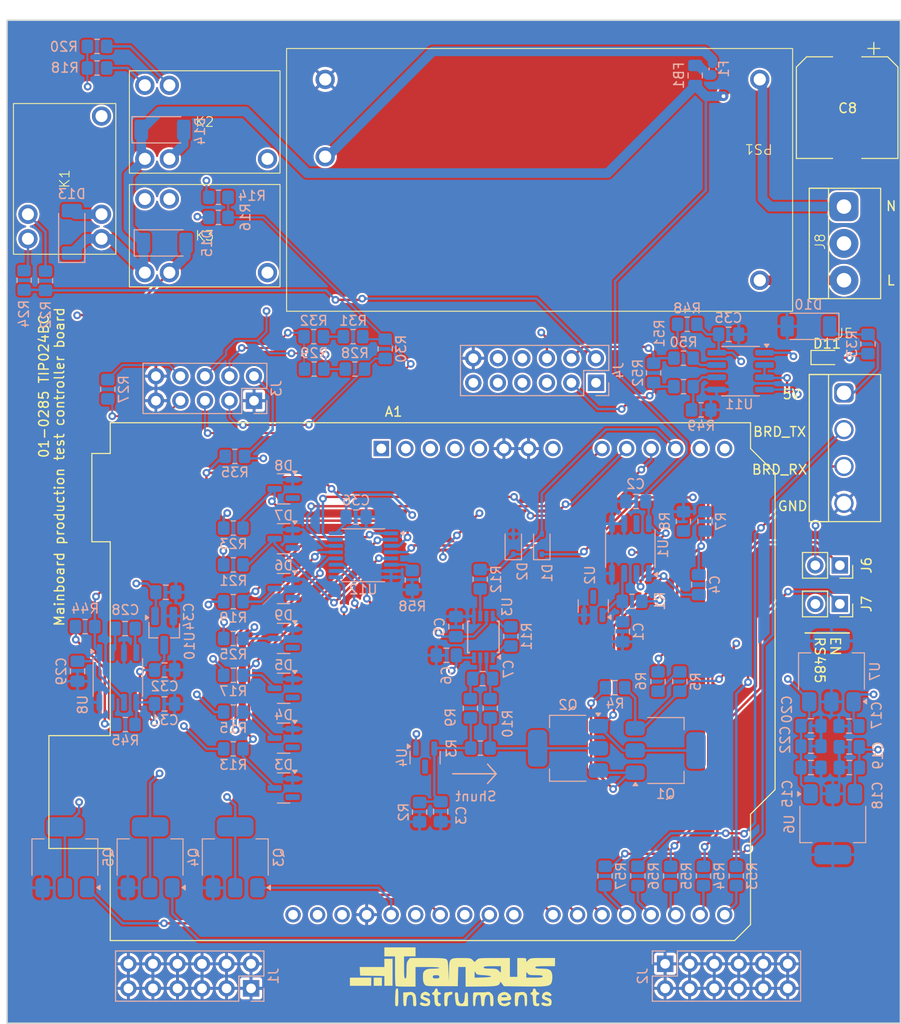
<source format=kicad_pcb>
(kicad_pcb (version 20240108) (generator "pcbnew") (generator_version "8.0")
  (layers (0 "F.Cu" signal) (1 "In1.Cu" signal) (2 "In2.Cu" signal) (31 "B.Cu" signal) (34 "B.Paste" user) (35 "F.Paste" user) (36 "B.SilkS" user "B.Silkscreen") (37 "F.SilkS" user "F.Silkscreen") (38 "B.Mask" user) (39 "F.Mask" user) (44 "Edge.Cuts" user))
  (net 0 "")
  (net 2 "BLE_VDD")
  (net 3 "GND")
  (net 4 "Net-(A1-D3)")
  (net 6 "Net-(A1-D1{slash}TX)")
  (net 7 "Net-(A1-D4)")
  (net 9 "Net-(A1-D0{slash}RX)")
  (net 11 "IOUT")
  (net 13 "+12V")
  (net 14 "S1")
  (net 17 "Dout")
  (net 19 "Net-(A1-A0)")
  (net 22 "S3")
  (net 23 "S2")
  (net 24 "Net-(A1-A2)")
  (net 25 "Net-(A1-D2)")
  (net 26 "Net-(A1-A1)")
  (net 28 "Net-(U1A-+)")
  (net 29 "+24V")
  (net 30 "Net-(U4-A)")
  (net 31 "Net-(U1A--)")
  (net 32 "Net-(Q2-B)")
  (net 33 "-3V3")
  (net 34 "Net-(U3B-IN-)")
  (net 35 "Net-(U3B-IN+)")
  (net 36 "+BATT")
  (net 37 "+5VP")
  (net 38 "Net-(F1-Pad1)")
  (net 39 "+5V")
  (net 40 "Net-(U8-CAP-)")
  (net 41 "Net-(U8-CAP+)")
  (net 42 "Net-(U10--IN)")
  (net 43 "VCC_MAIN")
  (net 44 "CORE_VDD")
  (net 45 "+1.8VDD")
  (net 46 "+3.0VIO")
  (net 47 "VPP_2V5")
  (net 48 "+1.8VIO")
  (net 49 "Net-(D11-A)")
  (net 50 "Net-(PS1-+Vo)")
  (net 51 "T+")
  (net 52 "VB+")
  (net 53 "B-")
  (net 54 "B+")
  (net 55 "VB-")
  (net 56 "T-")
  (net 57 "CORE_VDD_LPM")
  (net 58 "+1.8VDD_LPM")
  (net 59 "VPP_2V5_LPM")
  (net 60 "+3.0VIO_LPM")
  (net 61 "BLE_VDD_LPM")
  (net 62 "VCC_MAIN_LPM")
  (net 63 "+RS485")
  (net 64 "+1.8VIO_LPM")
  (net 65 "-RS485")
  (net 66 "VExt")
  (net 67 "UART_TX")
  (net 68 "UART_RX")
  (net 69 "RX")
  (net 70 "TX")
  (net 71 "Net-(Q1-B)")
  (net 72 "Net-(Q2-C-Pad2)")
  (net 73 "Net-(R5-Pad2)")
  (net 74 "Net-(R7-Pad2)")
  (net 75 "Net-(U3B-Rg-)")
  (net 76 "Net-(U3B-Rg+)")
  (net 77 "Net-(U3B-OUT)")
  (net 78 "Net-(R31-Pad2)")
  (net 79 "Net-(J8-Pin_3)")
  (net 80 "Earth")
  (net 81 "Net-(J8-Pin_1)")
  (net 82 "Net-(U8-FB)")
  (net 83 "Net-(U11-B)")
  (net 84 "Net-(U11-A)")
  (net 85 "EN_RX{slash}TX")
  (net 86 "UART_S_RX")
  (net 87 "UART_S_TX")
  (net 88 "Net-(U12-INH)")
  (net 90 "Net-(D13-A)")
  (net 91 "Net-(D14-A)")
  (net 92 "Net-(D15-A)")
  (net 93 "Net-(Q1-E)")
  (net 94 "Net-(K1-Pad2)")
  (net 95 "Net-(K1-Pad1)")
  (net 96 "Net-(K2-Pad2)")
  (net 97 "Net-(K2-Pad1)")
  (net 98 "Net-(K3-Pad2)")
  (net 99 "Net-(K3-Pad1)")
  (net 100 "EN_BAT")
  (net 101 "SHRT_T")
  (net 102 "SHRT_P")
  (footprint "MyFootPrints:IRM-15-24" (layer "F.Cu") (at 120.446347 46.5328 180)
    (property "Reference" "PS1")
    (property "Value" "IRM-15-24")
  )
  (footprint "Module:Arduino_UNO_R3" (layer "F.Cu") (at 103.758547 74.3458)
    (property "Reference" "A1")
    (property "Value" "Arduino_UNO_R3")
  )
  (footprint "MyFootPrints:Screwterminal_3mm81_3pos" (layer "F.Cu") (at 151.647947 53.1114 90)
    (property "Reference" "J8")
    (property "Value" "2007986")
  )
  (footprint "MyFootPrints:MCHRS1KH-S" (layer "F.Cu") (at 85.470547 52.314)
    (property "Reference" "K3")
    (property "Value" "MCHRS1KH-S DC24V")
  )
  (footprint "LED_SMD:LED_0603_1608Metric_Pad1.05x0.95mm_HandSolder" (layer "F.Cu") (at 149.910347 64.9224)
    (property "Reference" "D11")
    (property "Value" "Green")
  )
  (footprint "MyFootPrints:MCHRS1KH-S" (layer "F.Cu") (at 85.470547 40.5384)
    (property "Reference" "K2")
    (property "Value" "MCHRS1KH-S DC24V")
  )
  (footprint "Connector_PinSocket_2.54mm:PinSocket_1x02_P2.54mm_Vertical" (layer "F.Cu") (at 151.236547 86.4358 -90)
    (property "Reference" "J6")
    (property "Value" "2.54mm")
  )
  (footprint "MyFootPrints:MCHRS1KH-S" (layer "F.Cu") (at 70.967147 46.4312 90)
    (property "Reference" "K1")
    (property "Value" "MCHRS1KH-S DC24V")
  )
  (footprint "Connector_PinSocket_2.54mm:PinSocket_1x02_P2.54mm_Vertical" (layer "F.Cu") (at 151.236547 90.4358 -90)
    (property "Reference" "J7")
    (property "Value" "2.54mm")
  )
  (footprint "LOGO" (layer "F.Cu") (at 111.124547 128.778)
    (property "Reference" "" (hide yes))
    (property "Value" "" (hide yes))
  )
  (footprint "Capacitor_SMD:CP_Elec_10x10" (layer "F.Cu") (at 151.993147 39.0533 -90)
    (property "Reference" "C8")
    (property "Value" "220uF")
  )
  (footprint "MyFootPrints:3.81mm4PosTerm_2007987" (layer "F.Cu") (at 151.762947 74.295 -90)
    (property "Reference" "J5")
    (property "Value" "UART")
  )
  (footprint "Capacitor_SMD:C_0805_2012Metric_Pad1.18x1.45mm_HandSolder" (layer "B.Cu") (at 130.112547 79.8228)
    (property "Reference" "C2")
    (property "Value" "0u1F")
  )
  (footprint "Resistor_SMD:R_0805_2012Metric_Pad1.20x1.40mm_HandSolder" (layer "B.Cu") (at 75.437547 68.2084 90)
    (property "Reference" "R27")
    (property "Value" "1k 0.1%")
  )
  (footprint "Capacitor_SMD:C_0805_2012Metric_Pad1.18x1.45mm_HandSolder" (layer "B.Cu") (at 136.256947 35.7282 -90)
    (property "Reference" "FB1")
    (property "Value" "MMZ2012Y600BT000")
  )
  (footprint "Resistor_SMD:R_0805_2012Metric_Pad1.20x1.40mm_HandSolder" (layer "B.Cu") (at 100.837547 62.7634 180)
    (property "Reference" "R31")
    (property "Value" "2k")
  )
  (footprint "Package_TO_SOT_SMD:SOT-23" (layer "B.Cu") (at 93.639947 88.843568 180)
    (property "Reference" "D6")
    (property "Value" "3v6")
  )
  (footprint "Capacitor_SMD:C_0805_2012Metric_Pad1.18x1.45mm_HandSolder" (layer "B.Cu") (at 110.489547 95.7486 180)
    (property "Reference" "C6")
    (property "Value" "0u1F")
  )
  (footprint "Resistor_SMD:R_0805_2012Metric_Pad1.20x1.40mm_HandSolder" (layer "B.Cu") (at 135.041947 81.8802 90)
    (property "Reference" "R8")
    (property "Value" "210k")
  )
  (footprint "Resistor_SMD:R_0805_2012Metric_Pad1.20x1.40mm_HandSolder" (layer "B.Cu") (at 88.432947 82.5754)
    (property "Reference" "R23")
    (property "Value" "1k")
  )
  (footprint "Capacitor_SMD:C_0805_2012Metric_Pad1.18x1.45mm_HandSolder" (layer "B.Cu") (at 109.905347 111.9378 -90)
    (property "Reference" "C3")
    (property "Value" "0.1uF")
  )
  (footprint "Resistor_SMD:R_0805_2012Metric_Pad1.20x1.40mm_HandSolder" (layer "B.Cu") (at 101.024747 66.1162 180)
    (property "Reference" "R28")
    (property "Value" "2k")
  )
  (footprint "Resistor_SMD:R_0805_2012Metric_Pad1.20x1.40mm_HandSolder" (layer "B.Cu") (at 140.512347 118.5926 90)
    (property "Reference" "R53")
    (property "Value" "0R")
  )
  (footprint "Resistor_SMD:R_0805_2012Metric_Pad1.20x1.40mm_HandSolder" (layer "B.Cu") (at 106.966647 87.9654 -90)
    (property "Reference" "R58")
    (property "Value" "0R")
  )
  (footprint "Package_TO_SOT_SMD:SOT-23" (layer "B.Cu") (at 93.639947 104.324867 180)
    (property "Reference" "D4")
    (property "Value" "3v6")
  )
  (footprint "Package_TO_SOT_SMD:SOT-223-3_TabPin2" (layer "B.Cu") (at 150.367547 97.409 90)
    (property "Reference" "U7")
    (property "Value" "LM2940IMP-12/NOPB")
  )
  (footprint "Resistor_SMD:R_0805_2012Metric_Pad1.20x1.40mm_HandSolder" (layer "B.Cu") (at 126.923347 118.5926 90)
    (property "Reference" "R57")
    (property "Value" "0R")
  )
  (footprint "Package_TO_SOT_SMD:SOT-23" (layer "B.Cu") (at 93.639947 109.4853 180)
    (property "Reference" "D3")
    (property "Value" "DNM")
  )
  (footprint "Resistor_SMD:R_0805_2012Metric_Pad1.20x1.40mm_HandSolder" (layer "B.Cu") (at 130.320597 118.5926 90)
    (property "Reference" "R56")
    (property "Value" "0R")
  )
  (footprint "Diode_SMD:D_SOD-323" (layer "B.Cu") (at 120.373747 84.2424 90)
    (property "Reference" "D1")
    (property "Value" "D_Schottky")
  )
  (footprint "Resistor_SMD:R_0805_2012Metric_Pad1.20x1.40mm_HandSolder" (layer "B.Cu") (at 107.720947 111.9886 -90)
    (property "Reference" "R2")
    (property "Value" "100k")
  )
  (footprint "Resistor_SMD:R_0805_2012Metric_Pad1.20x1.40mm_HandSolder" (layer "B.Cu") (at 86.892947 50.419 180)
    (property "Reference" "R16")
    (property "Value" "DNM")
  )
  (footprint "Resistor_SMD:R_0805_2012Metric_Pad1.20x1.40mm_HandSolder" (layer "B.Cu") (at 135.051347 64.9874 180)
    (property "Reference" "R50")
    (property "Value" "10R")
  )
  (footprint "Resistor_SMD:R_0805_2012Metric_Pad1.20x1.40mm_HandSolder" (layer "B.Cu") (at 88.432947 86.3854)
    (property "Reference" "R21")
    (property "Value" "1k")
  )
  (footprint "Capacitor_SMD:C_0805_2012Metric_Pad1.18x1.45mm_HandSolder" (layer "B.Cu") (at 148.246047 105.156)
    (property "Reference" "C22")
    (property "Value" "10uF")
  )
  (footprint "Capacitor_SMD:C_0805_2012Metric_Pad1.18x1.45mm_HandSolder" (layer "B.Cu") (at 81.445847 89.2242)
    (property "Reference" "C34")
    (property "Value" "10uF")
  )
  (footprint "Resistor_SMD:R_0805_2012Metric_Pad1.20x1.40mm_HandSolder" (layer "B.Cu") (at 73.089247 92.7802)
    (property "Reference" "R44")
    (property "Value" "100k")
  )
  (footprint "Resistor_SMD:R_0805_2012Metric_Pad1.20x1.40mm_HandSolder" (layer "B.Cu") (at 66.772547 56.9214 90)
    (property "Reference" "R24")
    (property "Value" "0R")
  )
  (footprint "Resistor_SMD:R_0805_2012Metric_Pad1.20x1.40mm_HandSolder" (layer "B.Cu") (at 134.670347 98.4664 90)
    (property "Reference" "R5")
    (property "Value" "5Meg6")
  )
  (footprint "Package_SO:TSSOP-16_4.4x5mm_P0.65mm" (layer "B.Cu") (at 101.904347 85.3948 180)
    (property "Reference" "U12")
    (property "Value" "CD4053B")
  )
  (footprint "Resistor_SMD:R_0805_2012Metric_Pad1.20x1.40mm_HandSolder" (layer "B.Cu") (at 115.036147 101.235 90)
    (property "Reference" "R10")
    (property "Value" "160k")
  )
  (footprint "Resistor_SMD:R_0805_2012Metric_Pad1.20x1.40mm_HandSolder" (layer "B.Cu") (at 112.978747 101.235 90)
    (property "Reference" "R9")
    (property "Value" "160k")
  )
  (footprint "Package_TO_SOT_SMD:SOT-223-3_TabPin2" (layer "B.Cu") (at 123.087947 105.3752 180)
    (property "Reference" "Q2")
    (property "Value" "BCP54TA")
  )
  (footprint "Capacitor_SMD:C_0805_2012Metric_Pad1.18x1.45mm_HandSolder" (layer "B.Cu") (at 111.480147 92.7768 -90)
    (property "Reference" "C5")
    (property "Value" "0u1F")
  )
  (footprint "Diode_SMD:D_SOD-128" (layer "B.Cu") (at 147.979947 61.6966 180)
    (property "Reference" "D10")
    (property "Value" "fast")
  )
  (footprint "Resistor_SMD:R_0805_2012Metric_Pad1.20x1.40mm_HandSolder" (layer "B.Cu") (at 68.985947 56.9722 90)
    (property "Reference" "R22")
    (property "Value" "DNM")
  )
  (footprint "Resistor_SMD:R_0805_2012Metric_Pad1.20x1.40mm_HandSolder" (layer "B.Cu") (at 88.432947 94.0054)
    (property "Reference" "R25")
    (property "Value" "1k")
  )
  (footprint "Resistor_SMD:R_0805_2012Metric_Pad1.20x1.40mm_HandSolder" (layer "B.Cu") (at 113.994747 87.8746 90)
    (property "Reference" "R12")
    (property "Value" "100R")
  )
  (footprint "Resistor_SMD:R_0805_2012Metric_Pad1.20x1.40mm_HandSolder" (layer "B.Cu") (at 135.051347 67.9374 180)
    (property "Reference" "R51")
    (property "Value" "10R")
  )
  (footprint "Resistor_SMD:R_0805_2012Metric_Pad1.20x1.40mm_HandSolder" (layer "B.Cu") (at 135.432347 61.4822 180)
    (property "Reference" "R48")
    (property "Value" "4k7")
  )
  (footprint "Resistor_SMD:R_0805_2012Metric_Pad1.20x1.40mm_HandSolder" (layer "B.Cu") (at 88.432947 97.8154)
    (property "Reference" "R17")
    (property "Value" "1k")
  )
  (footprint "Capacitor_SMD:C_0805_2012Metric_Pad1.18x1.45mm_HandSolder" (layer "B.Cu") (at 139.724947 62.5236)
    (property "Reference" "C35")
    (property "Value" "0.1uF")
  )
  (footprint "Resistor_SMD:R_0805_2012Metric_Pad1.20x1.40mm_HandSolder" (layer "B.Cu") (at 74.319947 32.7152)
    (property "Reference" "R20")
    (property "Value" "DNM")
  )
  (footprint "Resistor_SMD:R_0805_2012Metric_Pad1.20x1.40mm_HandSolder" (layer "B.Cu") (at 137.277147 81.8802 90)
    (property "Reference" "R7")
    (property "Value" "1Meg")
  )
  (footprint "Capacitor_SMD:C_0805_2012Metric_Pad1.18x1.45mm_HandSolder" (layer "B.Cu") (at 101.150047 81.4376)
    (property "Reference" "C36")
    (property "Value" "0.1uF")
  )
  (footprint "Resistor_SMD:R_0805_2012Metric_Pad1.20x1.40mm_HandSolder" (layer "B.Cu") (at 88.594747 75.1586)
    (property "Reference" "R35")
    (property "Value" "10k")
  )
  (footprint "Capacitor_SMD:C_0805_2012Metric_Pad1.18x1.45mm_HandSolder" (layer "B.Cu") (at 128.715547 93.3102 90)
    (property "Reference" "C1")
    (property "Value" "0u1F")
  )
  (footprint "Capacitor_SMD:C_0805_2012Metric_Pad1.18x1.45mm_HandSolder" (layer "B.Cu") (at 114.248747 98.1616)
    (property "Reference" "C7")
    (property "Value" "10uF")
  )
  (footprint "Capacitor_SMD:C_0805_2012Metric_Pad1.18x1.45mm_HandSolder" (layer "B.Cu") (at 148.246047 107.3658)
    (property "Reference" "C15")
    (property "Value" "0.1uF")
  )
  (footprint "Package_TO_SOT_SMD:SOT-223-3_TabPin2" (layer "B.Cu") (at 88.633447 116.6622 90)
    (property "Reference" "Q3")
    (property "Value" "DMN6068SE-13")
  )
  (footprint "Package_TO_SOT_SMD:SOT-223-3_TabPin2" (layer "B.Cu") (at 70.993747 116.6622 90)
    (property "Reference" "Q5")
    (property "Value" "DMN6068SE-13")
  )
  (footprint "Package_TO_SOT_SMD:SOT-23" (layer "B.Cu") (at 93.639947 83.683135 180)
    (property "Reference" "D7")
    (property "Value" "3v6")
  )
  (footprint "Resistor_SMD:R_0805_2012Metric_Pad1.20x1.40mm_HandSolder" (layer "B.Cu") (at 74.319947 34.9504)
    (property "Reference" "R18")
    (property "Value" "0R")
  )
  (footprint "Package_TO_SOT_SMD:SOT-23" (layer "B.Cu") (at 93.639947 78.5227 180)
    (property "Reference" "D8")
    (property "Value" "3v6")
  )
  (footprint "Capacitor_SMD:C_0805_2012Metric_Pad1.18x1.45mm_HandSolder" (layer "B.Cu") (at 152.217847 107.3658 180)
    (property "Reference" "C18")
    (property "Value" "10uF")
  )
  (footprint "Connector_PinHeader_2.54mm:PinHeader_2x06_P2.54mm_Vertical" (layer "B.Cu") (at 133.146347 127.6858 -90)
    (property "Reference" "J2")
    (property "Value" "TD")
  )
  (footprint "Capacitor_SMD:C_0805_2012Metric_Pad1.18x1.45mm_HandSolder" (layer "B.Cu") (at 136.626147 88.4334 90)
    (property "Reference" "C4")
    (property "Value" "1nF")
  )
  (footprint "Package_SO:SO-8_3.9x4.9mm_P1.27mm" (layer "B.Cu") (at 76.478947 98.044 -90)
    (property "Reference" "U8")
    (property "Value" "MAX889TESA+")
  )
  (footprint "Diode_SMD:D_SOD-128" (layer "B.Cu") (at 71.703747 51.9176 90)
    (property "Reference" "D13")
    (property "Value" "fast")
  )
  (footprint "Resistor_SMD:R_0805_2012Metric_Pad1.20x1.40mm_HandSolder" (layer "B.Cu") (at 88.432947 90.1954)
    (property "Reference" "R19")
    (property "Value" "1k")
  )
  (footprint "Connector_PinHeader_2.54mm:PinHeader_2x05_P2.54mm_Vertical" (layer "B.Cu") (at 90.575947 69.3928 90)
    (property "Reference" "J3")
    (property "Value" "PT")
  )
  (footprint "Resistor_SMD:R_0805_2012Metric_Pad1.20x1.40mm_HandSolder" (layer "B.Cu") (at 154.152147 63.5254 -90)
    (property "Reference" "R33")
    (property "Value" "320R")
  )
  (footprint "Resistor_SMD:R_0805_2012Metric_Pad1.20x1.40mm_HandSolder" (layer "B.Cu") (at 132.409747 98.4664 90)
    (property "Reference" "R6")
    (property "Value" "160k")
  )
  (footprint "Resistor_SMD:R_0805_2012Metric_Pad1.20x1.40mm_HandSolder" (layer "B.Cu") (at 96.757547 62.7634 180)
    (property "Reference" "R32")
    (property "Value" "604R")
  )
  (footprint "Connector_PinHeader_2.54mm:PinHeader_2x06_P2.54mm_Vertical" (layer "B.Cu") (at 125.983547 67.5386 90)
    (property "Reference" "J4")
    (property "Value" "V+RS485")
  )
  (footprint "Package_SO:TSSOP-8_3x3mm_P0.65mm" (layer "B.Cu") (at 114.324947 93.8436 90)
    (property "Reference" "U3")
    (property "Value" "LT6370IMS8#PBF")
  )
  (footprint "Capacitor_SMD:C_0805_2012Metric_Pad1.18x1.45mm_HandSolder" (layer "B.Cu") (at 72.301847 97.403 -90)
    (property "Reference" "C29")
    (property "Value" "10uF")
  )
  (footprint "Package_TO_SOT_SMD:SOT-223-3_TabPin2" (layer "B.Cu") (at 150.506647 113.2332 -90)
    (property "Reference" "U6")
    (property "Value" "LM2937IMP-5.0/NOPB")
  )
  (footprint "Diode_SMD:D_SOD-128" (layer "B.Cu") (at 81.101747 41.3512)
    (property "Reference" "D14")
    (property "Value" "fast")
  )
  (footprint "Package_SO:SOIC-8_3.9x4.9mm_P1.27mm" (layer "B.Cu") (at 140.955347 66.3336 180)
    (property "Reference" "U11")
    (property "Value" "MAX485ECSA+")
  )
  (footprint "Package_TO_SOT_SMD:SOT-23" (layer "B.Cu") (at 125.703147 90.6455 90)
    (property "Reference" "U2")
    (property "Value" "LM4040DBZ-2.5")
  )
  (footprint "Package_TO_SOT_SMD:SOT-23" (layer "B.Cu") (at 93.639947 94.004001 180)
    (property "Reference" "D9")
    (property "Value" "3v6")
  )
  (footprint "Resistor_SMD:R_0805_2012Metric_Pad1.20x1.40mm_HandSolder" (layer "B.Cu") (at 133.717847 118.5926 90)
    (property "Reference" "R55")
    (property "Value" "0R")
  )
  (footprint "Resistor_SMD:R_0805_2012Metric_Pad1.20x1.40mm_HandSolder" (layer "B.Cu") (at 137.115097 118.5926 90)
    (property "Reference" "R54")
    (property "Value" "0R")
  )
  (footprint "Resistor_SMD:R_0805_2012Metric_Pad1.20x1.40mm_HandSolder" (layer "B.Cu") (at 131.952547 66.5114 90)
    (property "Reference" "R52")
    (property "Value" "120R")
  )
  (footprint "Capacitor_SMD:C_0805_2012Metric_Pad1.18x1.45mm_HandSolder" (layer "B.Cu") (at 152.208447 105.2322 180)
    (property "Reference" "C19")
    (property "Value" "10uF")
  )
  (footprint "Resistor_SMD:R_0805_2012Metric_Pad1.20x1.40mm_HandSolder" (layer "B.Cu") (at 96.808347 66.1162 180)
    (property "Reference" "R29")
    (property "Value" "2k")
  )
  (footprint "Fuse:Fuse_0402_1005Metric_Pad0.77x0.64mm_HandSolder" (layer "B.Cu") (at 138.060347 35.0424 90)
    (property "Reference" "F1")
    (property "Value" "1A")
  )
  (footprint "Package_TO_SOT_SMD:SOT-23" (layer "B.Cu") (at 108.291047 106.3404 -90)
    (property "Reference" "U4")
    (property "Value" "LM4040DBZ-2.5")
  )
  (footprint "Resistor_SMD:R_0805_2012Metric_Pad1.20x1.40mm_HandSolder" (layer "B.Cu") (at 127.964747 99.1014)
    (property "Reference" "R4")
    (property "Value" "10R")
  )
  (footprint "Capacitor_SMD:C_0805_2012Metric_Pad1.18x1.45mm_HandSolder" (layer "B.Cu") (at 77.229447 92.9834)
    (property "Reference" "C28")
    (property "Value" "1uF")
  )
  (footprint "Package_TO_SOT_SMD:SOT-23_Handsoldering" (layer "B.Cu") (at 81.278947 93.1866 -90)
    (property "Reference" "U10")
    (property "Value" "XC6902N331MR-G")
  )
  (footprint "Connector_PinHeader_2.54mm:PinHeader_2x06_P2.54mm_Vertical" (layer "B.Cu") (at 90.271147 130.2258 90)
    (property "Reference" "J1")
    (property "Value" "TU")
  )
  (footprint "Resistor_SMD:R_0805_2012Metric_Pad1.20x1.40mm_HandSolder" (layer "B.Cu") (at 86.892947 48.3362 180)
    (property "Reference" "R14")
    (property "Value" "0R")
  )
  (footprint "Resistor_SMD:R_0805_2012Metric_Pad1.20x1.40mm_HandSolder" (layer "B.Cu") (at 136.880147 70.3468)
    (property "Reference" "R49")
    (property "Value" "4k7")
  )
  (footprint "Capacitor_SMD:C_0805_2012Metric_Pad1.18x1.45mm_HandSolder" (layer "B.Cu") (at 81.318847 100.7812)
    (property "Reference" "C31")
    (property "Value" "10uF")
  )
  (footprint "Package_TO_SOT_SMD:SOT-23" (layer "B.Cu") (at 93.639947 99.164434 180)
    (property "Reference" "D5")
    (property "Value" "3v6")
  )
  (footprint "Package_TO_SOT_SMD:SOT-223-3_TabPin2" (layer "B.Cu") (at 133.197147 105.6038)
    (property "Reference" "Q1")
    (property "Value" "BCP54TA")
  )
  (footprint "Package_TO_SOT_SMD:SOT-223-3_TabPin2" (layer "B.Cu") (at 79.813597 116.6622 90)
    (property "Reference" "Q4")
    (property "Value" "DMN6068SE-13")
  )
  (footprint "Resistor_SMD:R_0805_2012Metric_Pad1.20x1.40mm_HandSolder" (layer "B.Cu") (at 77.254847 102.9148)
    (property "Reference" "R45")
    (property "Value" "91k")
  )
  (footprint "Capacitor_SMD:C_0805_2012Metric_Pad1.18x1.45mm_HandSolder" (layer "B.Cu") (at 152.183047 103.0732 180)
    (property "Reference" "C17")
    (property "Value" "1uF")
  )
  (footprint "Resistor_SMD:R_0805_2012Metric_Pad1.20x1.40mm_HandSolder" (layer "B.Cu") (at 88.432947 105.4354)
    (property "Reference" "R13")
    (property "Value" "1k")
  )
  (footprint "Diode_SMD:D_SOD-128" (layer "B.Cu") (at 81.330347 53.0606)
    (property "Reference" "D15")
    (property "Value" "fast")
  )
  (footprint "Resistor_SMD:R_0805_2012Metric_Pad1.20x1.40mm_HandSolder" (layer "B.Cu") (at 88.432947 101.6254)
    (property "Reference" "R15")
    (property "Value" "1k")
  )
  (footprint "Resistor_SMD:R_0805_2012Metric_Pad1.20x1.40mm_HandSolder" (layer "B.Cu") (at 104.158547 64.024 90)
    (property "Reference" "R30")
    (property "Value" "2k")
  )
  (footprint "Capacitor_SMD:C_0805_2012Metric_Pad1.18x1.45mm_HandSolder" (layer "B.Cu") (at 81.318847 97.276)
    (property "Reference" "C32")
    (property "Value" "10uF")
  )
  (footprint "Resistor_SMD:R_0805_2012Metric_Pad1.20x1.40mm_HandSolder" (layer "B.Cu") (at 117.169747 93.7928 90)
    (property "Reference" "R11")
    (property "Value" "120R")
  )
  (footprint "Resistor_SMD:R_0805_2012Metric_Pad1.20x1.40mm_HandSolder" (layer "B.Cu") (at 114.020147 105.3498)
    (property "Reference" "R3")
    (property "Value" "10R 0.1%")
  )
  (footprint "Resistor_SMD:R_0805_2012Metric_Pad1.20x1.40mm_HandSolder" (layer "B.Cu") (at 129.715547 90.1606 180)
    (property "Reference" "R1")
    (property "Value" "10k")
  )
  (footprint "Diode_SMD:D_SOD-323" (layer "B.Cu") (at 117.423747 84.2424 90)
    (property "Reference" "D2")
    (property "Value" "D_Schottky")
  )
  (footprint "Package_SO:SO-8_3.9x4.9mm_P1.27mm" (layer "B.Cu") (at 129.539547 84.6996 90)
    (property "Reference" "U1")
    (property "Value" "MC33172")
  )
  (footprint "Capacitor_SMD:C_0805_2012Metric_Pad1.18x1.45mm_HandSolder" (layer "B.Cu") (at 148.246047 103.0478)
    (property "Reference" "C20")
    (property "Value" "10uF")
  )
  (gr_line (start 115.649547 108.0168) (end 114.760147 109.0168) (stroke (width 0.15)) (layer "B.SilkS"))
  (gr_line (start 115.649547 108.0168) (end 114.760147 107.0168) (stroke (width 0.15)) (layer "B.SilkS"))
  (gr_line (start 111.149547 108.0168) (end 115.649547 108.0168) (stroke (width 0.15)) (layer "B.SilkS"))
  (gr_line (start 152.211147 93.4371) (end 147.645747 93.4371) (stroke (width 0.15)) (layer "F.SilkS"))
  (gr_rect (start 65 30) (end 157.5 133.8326) (stroke (width 0.15)) (fill none) (layer "Edge.Cuts"))
  (gr_text "Shunt\n" (at 115.772747 110.9378 0) (layer "B.SilkS") (effects (font (size 1 1)) (justify left bottom mirror)))
  (gr_text "01-0285 TIP024BC \nMainboard production test controller board" (at 69.620947 59.6392 90) (layer "F.SilkS") (effects (font (size 1 1)) (justify right)))
  (gr_text "L" (at 156.006347 57.531 0) (layer "F.SilkS") (effects (font (size 1 1)) (justify left bottom)))
  (gr_text "N" (at 155.930147 49.8348 0) (layer "F.SilkS") (effects (font (size 1 1)) (justify left bottom)))
  (gr_text "BRD_RX" (at 142.036347 77.1144 0) (layer "F.SilkS") (effects (font (size 1 1)) (justify left bottom)))
  (gr_text "EN\nRS485\n" (at 148.569547 93.7391 -90) (layer "F.SilkS") (effects (font (size 1 1)) (justify left bottom)))
  (gr_text "BRD_TX" (at 142.163347 73.2028 0) (layer "F.SilkS") (effects (font (size 1 1)) (justify left bottom)))
  (gr_text "5V\n" (at 145.211347 69.3166 0) (layer "F.SilkS") (effects (font (size 1 1)) (justify left bottom)))
  (gr_text "GND" (at 144.728747 80.899 0) (layer "F.SilkS") (effects (font (size 1 1)) (justify left bottom)))
  (segment (start 113.678347 81.28) (end 113.639147 81.28) (width 0.25) (layer "F.Cu") (net 2))
  (segment (start 113.918547 81.0398) (end 113.678347 81.28) (width 0.25) (layer "F.Cu") (net 2))
  (segment (start 113.639147 81.28) (end 111.581747 83.3374) (width 0.25) (layer "F.Cu") (net 2))
  (via (at 113.918547 81.0398) (size 0.8) (drill 0.4) (layers "F.Cu" "B.Cu") (net 2))
  (via (at 111.581747 83.3374) (size 0.8) (drill 0.4) (layers "F.Cu" "B.Cu") (net 2))
  (via (at 90.6187 92.828953) (size 0.8) (drill 0.4) (layers "F.Cu" "B.Cu") (net 2))
  (via (at 110.133947 85.5726) (size 0.8) (drill 0.4) (layers "F.Cu" "B.Cu") (net 2))
  (segment (start 90.609394 92.828953) (end 89.432947 94.0054) (width 0.25) (layer "B.Cu") (net 2))
  (segment (start 92.701048 94.0054) (end 92.702447 94.004001) (width 0.25) (layer "B.Cu") (net 2))
  (segment (start 89.432947 94.0054) (end 92.701048 94.0054) (width 0.25) (layer "B.Cu") (net 2))
  (segment (start 90.6187 92.828953) (end 90.609394 92.828953) (width 0.25) (layer "B.Cu") (net 2))
  (segment (start 111.581747 83.3374) (end 110.133947 84.7852) (width 0.25) (layer "B.Cu") (net 2))
  (segment (start 110.133947 84.7852) (end 110.133947 85.5726) (width 0.25) (layer "B.Cu") (net 2))
  (segment (start 151.180347 107.3658) (end 151.180347 109.4095) (width 0.25) (layer "B.Cu") (net 3))
  (segment (start 149.283547 107.3658) (end 149.283547 108.8601) (width 0.25) (layer "B.Cu") (net 3))
  (segment (start 151.180347 109.4095) (end 150.506647 110.0832) (width 0.25) (layer "B.Cu") (net 3))
  (segment (start 149.283547 108.8601) (end 150.506647 110.0832) (width 0.25) (layer "B.Cu") (net 3))
  (segment (start 130.320597 121.22785) (end 131.698547 122.6058) (width 0.25) (layer "B.Cu") (net 4))
  (segment (start 130.320597 119.5926) (end 130.320597 121.22785) (width 0.25) (layer "B.Cu") (net 4))
  (segment (start 137.115097 119.5926) (end 137.115097 122.26925) (width 0.25) (layer "B.Cu") (net 6))
  (segment (start 137.115097 122.26925) (end 136.778547 122.6058) (width 0.25) (layer "B.Cu") (net 6))
  (segment (start 126.923347 120.3706) (end 129.158547 122.6058) (width 0.25) (layer "B.Cu") (net 7))
  (segment (start 126.923347 119.5926) (end 126.923347 120.3706) (width 0.25) (layer "B.Cu") (net 7))
  (segment (start 140.512347 121.412) (end 139.318547 122.6058) (width 0.25) (layer "B.Cu") (net 9))
  (segment (start 140.512347 119.5926) (end 140.512347 121.412) (width 0.25) (layer "B.Cu") (net 9))
  (segment (start 115.841547 86.8746) (end 117.423747 85.2924) (width 0.25) (layer "B.Cu") (net 11))
  (segment (start 120.373747 78.999609) (end 120.373747 83.1924) (width 0.25) (layer "B.Cu") (net 11))
  (segment (start 113.994747 86.8746) (end 115.841547 86.8746) (width 0.25) (layer "B.Cu") (net 11))
  (segment (start 132.257347 72.3646) (end 127.008756 72.3646) (width 0.25) (layer "B.Cu") (net 11))
  (segment (start 134.238547 74.3458) (end 132.257347 72.3646) (width 0.25) (layer "B.Cu") (net 11))
  (segment (start 127.008756 72.3646) (end 120.373747 78.999609) (width 0.25) (layer "B.Cu") (net 11))
  (segment (start 117.423747 85.2924) (end 118.273747 85.2924) (width 0.25) (layer "B.Cu") (net 11))
  (segment (start 118.273747 85.2924) (end 120.373747 83.1924) (width 0.25) (layer "B.Cu") (net 11))
  (via (at 145.846347 98.1964) (size 0.8) (drill 0.4) (layers "F.Cu" "B.Cu") (net 13))
  (segment (start 147.208547 103.0478) (end 147.208547 105.156) (width 0.25) (layer "B.Cu") (net 13))
  (segment (start 147.208547 109.0851) (end 148.206647 110.0832) (width 0.25) (layer "B.Cu") (net 13))
  (segment (start 148.067547 102.1888) (end 147.208547 103.0478) (width 0.25) (layer "B.Cu") (net 13))
  (segment (start 148.067547 100.4176) (end 145.846347 98.1964) (width 0.25) (layer "B.Cu") (net 13))
  (segment (start 147.208547 107.3658) (end 147.208547 109.0851) (width 0.25) (layer "B.Cu") (net 13))
  (segment (start 148.067547 100.559) (end 148.067547 102.1888) (width 0.25) (layer "B.Cu") (net 13))
  (segment (start 147.208547 105.156) (end 147.208547 107.3658) (width 0.25) (layer "B.Cu") (net 13))
  (segment (start 148.067547 100.559) (end 148.067547 100.4176) (width 0.25) (layer "B.Cu") (net 13))
  (segment (start 102.615547 90.2462) (end 102.615547 112.141) (width 0.25) (layer "F.Cu") (net 14))
  (segment (start 121.081347 117.0686) (end 126.618547 122.6058) (width 0.25) (layer "F.Cu") (net 14))
  (segment (start 102.615547 112.141) (end 107.543147 117.0686) (width 0.25) (layer "F.Cu") (net 14))
  (segment (start 102.259947 89.8906) (end 102.615547 90.2462) (width 0.25) (layer "F.Cu") (net 14))
  (segment (start 107.543147 117.0686) (end 121.081347 117.0686) (width 0.25) (layer "F.Cu") (net 14))
  (via (at 102.259947 89.8906) (size 0.8) (drill 0.4) (layers "F.Cu" "B.Cu") (net 14))
  (segment (start 102.259947 88.850401) (end 102.259947 89.8906) (width 0.25) (layer "B.Cu") (net 14))
  (segment (start 99.041847 86.3698) (end 99.779346 86.3698) (width 0.25) (layer "B.Cu") (net 14))
  (segment (start 99.779346 86.3698) (end 102.259947 88.850401) (width 0.25) (layer "B.Cu") (net 14))
  (via (at 91.541147 75.3618) (size 0.8) (drill 0.4) (layers "F.Cu" "B.Cu") (net 17))
  (segment (start 92.506347 72.39) (end 89.890147 75.0062) (width 0.25) (layer "B.Cu") (net 17))
  (segment (start 89.890147 75.0062) (end 89.829947 75.0062) (width 0.25) (layer "B.Cu") (net 17))
  (segment (start 90.575947 66.8528) (end 92.506347 68.7832) (width 0.25) (layer "B.Cu") (net 17))
  (segment (start 92.506347 68.7832) (end 92.506347 72.39) (width 0.25) (layer "B.Cu") (net 17))
  (segment (start 89.797947 75.3618) (end 89.594747 75.1586) (width 0.25) (layer "B.Cu") (net 17))
  (segment (start 91.541147 75.3618) (end 89.797947 75.3618) (width 0.25) (layer "B.Cu") (net 17))
  (segment (start 120.649547 80.3148) (end 126.618547 74.3458) (width 0.25) (layer "F.Cu") (net 19))
  (segment (start 96.494147 80.3148) (end 120.649547 80.3148) (width 0.25) (layer "F.Cu") (net 19))
  (via (at 96.494147 80.3148) (size 0.8) (drill 0.4) (layers "F.Cu" "B.Cu") (net 19))
  (segment (start 96.087747 81.3308) (end 96.189347 81.2292) (width 0.25) (layer "B.Cu") (net 19))
  (segment (start 99.041847 84.4198) (end 97.982947 84.4198) (width 0.25) (layer "B.Cu") (net 19))
  (segment (start 96.087747 82.5246) (end 96.087747 81.3308) (width 0.25) (layer "B.Cu") (net 19))
  (segment (start 96.189347 81.2292) (end 96.494147 80.9244) (width 0.25) (layer "B.Cu") (net 19))
  (segment (start 97.982947 84.4198) (end 96.087747 82.5246) (width 0.25) (layer "B.Cu") (net 19))
  (segment (start 96.494147 80.9244) (end 96.494147 80.3148) (width 0.25) (layer "B.Cu") (net 19))
  (segment (start 99.897747 114.6048) (end 105.028547 119.7356) (width 0.25) (layer "F.Cu") (net 22))
  (segment (start 118.668347 119.7356) (end 121.538547 122.6058) (width 0.25) (layer "F.Cu") (net 22))
  (segment (start 105.028547 119.7356) (end 118.668347 119.7356) (width 0.25) (layer "F.Cu") (net 22))
  (segment (start 99.897747 91.0082) (end 99.897747 114.6048) (width 0.25) (layer "F.Cu") (net 22))
  (via (at 99.897747 91.0082) (size 0.8) (drill 0.4) (layers "F.Cu" "B.Cu") (net 22))
  (segment (start 99.041847 87.6698) (end 99.897747 88.5257) (width 0.25) (layer "B.Cu") (net 22))
  (segment (start 99.897747 88.5257) (end 99.897747 91.0082) (width 0.25) (layer "B.Cu") (net 22))
  (segment (start 101.218547 90.551) (end 101.015347 90.3478) (width 0.25) (layer "F.Cu") (net 23))
  (segment (start 106.908147 118.7704) (end 101.218547 113.0808) (width 0.25) (layer "F.Cu") (net 23))
  (segment (start 120.243147 118.7704) (end 106.908147 118.7704) (width 0.25) (layer "F.Cu") (net 23))
  (segment (start 101.218547 113.0808) (end 101.218547 90.551) (width 0.25) (layer "F.Cu") (net 23))
  (segment (start 124.078547 122.6058) (end 120.243147 118.7704) (width 0.25) (layer "F.Cu") (net 23))
  (via (at 101.015347 90.3478) (size 0.8) (drill 0.4) (layers "F.Cu" "B.Cu") (net 23))
  (segment (start 100.939147 88.179601) (end 99.779346 87.0198) (width 0.25) (layer "B.Cu") (net 23))
  (segment (start 101.015347 90.3478) (end 100.939147 90.2716) (width 0.25) (layer "B.Cu") (net 23))
  (segment (start 100.939147 90.2716) (end 100.939147 88.179601) (width 0.25) (layer "B.Cu") (net 23))
  (segment (start 99.779346 87.0198) (end 99.041847 87.0198) (width 0.25) (layer "B.Cu") (net 23))
  (segment (start 107.111347 84.3788) (end 122.833947 84.3788) (width 0.25) (layer "F.Cu") (net 24))
  (segment (start 122.833947 84.3788) (end 130.682547 76.5302) (width 0.25) (layer "F.Cu") (net 24))
  (segment (start 106.857347 84.6328) (end 107.111347 84.3788) (width 0.25) (layer "F.Cu") (net 24))
  (via (at 106.857347 84.6328) (size 0.8) (drill 0.4) (layers "F.Cu" "B.Cu") (net 24))
  (via (at 130.682547 76.5302) (size 0.8) (drill 0.4) (layers "F.Cu" "B.Cu") (net 24))
  (segment (start 131.698547 75.5142) (end 131.698547 74.3458) (width 0.25) (layer "B.Cu") (net 24))
  (segment (start 130.682547 76.5302) (end 131.698547 75.5142) (width 0.25) (layer "B.Cu") (net 24))
  (segment (start 106.420347 85.0698) (end 106.857347 84.6328) (width 0.25) (layer "B.Cu") (net 24))
  (segment (start 104.766847 85.0698) (end 106.420347 85.0698) (width 0.25) (layer "B.Cu") (net 24))
  (segment (start 133.717847 122.0851) (end 134.238547 122.6058) (width 0.25) (layer "B.Cu") (net 25))
  (segment (start 133.717847 119.5926) (end 133.717847 122.0851) (width 0.25) (layer "B.Cu") (net 25))
  (segment (start 97.891147 79.3496) (end 97.713347 79.5274) (width 0.25) (layer "F.Cu") (net 26))
  (segment (start 117.499947 79.3496) (end 97.891147 79.3496) (width 0.25) (layer "F.Cu") (net 26))
  (segment (start 122.833947 80.1116) (end 121.640147 81.3054) (width 0.25) (layer "F.Cu") (net 26))
  (segment (start 121.640147 81.3054) (end 119.201747 81.3054) (width 0.25) (layer "F.Cu") (net 26))
  (via (at 119.201747 81.3054) (size 0.8) (drill 0.4) (layers "F.Cu" "B.Cu") (net 26))
  (via (at 122.833947 80.1116) (size 0.8) (drill 0.4) (layers "F.Cu" "B.Cu") (net 26))
  (via (at 117.499947 79.3496) (size 0.8) (drill 0.4) (layers "F.Cu" "B.Cu") (net 26))
  (via (at 97.713347 79.5274) (size 0.8) (drill 0.4) (layers "F.Cu" "B.Cu") (net 26))
  (segment (start 98.304348 83.7698) (end 99.041847 83.7698) (width 0.25) (layer "B.Cu") (net 26))
  (segment (start 97.713347 79.5274) (end 97.713347 83.178799) (width 0.25) (layer "B.Cu") (net 26))
  (segment (start 119.201747 81.3054) (end 119.201747 81.0514) (width 0.25) (layer "B.Cu") (net 26))
  (segment (start 97.713347 83.178799) (end 98.304348 83.7698) (width 0.25) (layer "B.Cu") (net 26))
  (segment (start 119.201747 81.0514) (end 117.499947 79.3496) (width 0.25) (layer "B.Cu") (net 26))
  (segment (start 129.158547 74.3458) (end 123.392747 80.1116) (width 0.25) (layer "B.Cu") (net 26))
  (segment (start 123.392747 80.1116) (end 122.833947 80.1116) (width 0.25) (layer "B.Cu") (net 26))
  (segment (start 128.715547 90.1606) (end 128.715547 87.4636) (width 0.25) (layer "B.Cu") (net 28))
  (segment (start 128.715547 92.2727) (end 128.715547 90.1606) (width 0.25) (layer "B.Cu") (net 28))
  (segment (start 128.075547 90.1606) (end 126.653147 91.583) (width 0.25) (layer "B.Cu") (net 28))
  (segment (start 128.715547 90.1606) (end 128.075547 90.1606) (width 0.25) (layer "B.Cu") (net 28))
  (segment (start 128.715547 87.4636) (end 128.904547 87.2746) (width 0.25) (layer "B.Cu") (net 28))
  (segment (start 129.691947 85.09) (end 131.241347 85.09) (width 0.25) (layer "F.Cu") (net 29))
  (segment (start 131.241347 85.09) (end 133.222547 83.1088) (width 0.25) (layer "F.Cu") (net 29))
  (segment (start 151.993147 35.0533) (end 150.743147 33.8033) (width 1) (layer "F.Cu") (net 29))
  (segment (start 139.191547 37.483436) (end 139.191547 37.8714) (width 1) (layer "F.Cu") (net 29))
  (segment (start 142.871683 33.8033) (end 139.191547 37.483436) (width 1) (layer "F.Cu") (net 29))
  (segment (start 150.743147 33.8033) (end 142.871683 33.8033) (width 1) (layer "F.Cu") (net 29))
  (via (at 132.562147 90.043) (size 0.8) (drill 0.4) (layers "F.Cu" "B.Cu") (net 29))
  (via (at 109.676747 93.4212) (size 0.8) (drill 0.4) (layers "F.Cu" "B.Cu") (net 29))
  (via (at 129.691947 85.09) (size 0.8) (drill 0.4) (layers "F.Cu" "B.Cu") (net 29))
  (via (at 139.191547 37.8714) (size 0.8) (drill 0.4) (layers "F.Cu" "B.Cu") (net 29))
  (via (at 154.736347 99.7966) (size 0.8) (drill 0.4) (layers "F.Cu" "B.Cu") (net 29))
  (via (at 133.222547 83.1088) (size 0.8) (drill 0.4) (layers "F.Cu" "B.Cu") (net 29))
  (via (at 107.390747 103.886) (size 0.8) (drill 0.4) (layers "F.Cu" "B.Cu") (net 29))
  (segment (start 153.429947 99.7966) (end 152.667547 100.559) (width 0.25) (layer "B.Cu") (net 29))
  (segment (start 137.362647 47.6251) (end 137.362647 37.8714) (width 0.25) (layer "B.Cu") (net 29))
  (segment (start 152.667547 100.559) (end 152.667547 102.5202) (width 0.25) (layer "B.Cu") (net 29))
  (segment (start 114.649947 92.4936) (end 113.329247 93.8143) (width 0.25) (layer "B.Cu") (net 29))
  (segment (start 130.715547 90.1606) (end 132.444547 90.1606) (width 0.25) (layer "B.Cu") (net 29))
  (segment (start 80.806747 39.4462) (end 89.686947 39.4462) (width 1) (layer "B.Cu") (net 29))
  (segment (start 133.222547 83.1088) (end 132.428747 83.1088) (width 0.25) (layer "B.Cu") (net 29))
  (segment (start 131.444547 80.1173) (end 131.150047 79.8228) (width 0.25) (layer "B.Cu") (net 29))
  (segment (start 137.362647 37.8714) (end 136.256947 36.7657) (width 1) (layer "B.Cu") (net 29))
  (segment (start 75.767747 52.6312) (end 79.270547 56.134) (width 1) (layer "B.Cu") (net 29))
  (segment (start 152.667547 102.5202) (end 153.220547 103.0732) (width 0.25) (layer "B.Cu") (net 29))
  (segment (start 139.191547 37.8714) (end 137.362647 37.8714) (width 1) (layer "B.Cu") (net 29))
  (segment (start 110.069847 93.8143) (end 109.676747 93.4212) (width 0.25) (layer "B.Cu") (net 29))
  (segment (start 74.787147 52.6312) (end 75.767747 52.6312) (width 1) (layer "B.Cu") (net 29))
  (segment (start 113.329247 93.8143) (end 111.480147 93.8143) (width 0.25) (layer "B.Cu") (net 29))
  (segment (start 78.901747 43.9896) (end 79.270547 44.3584) (width 1) (layer "B.Cu") (net 29))
  (segment (start 127.964747 57.023) (end 137.362647 47.6251) (width 0.25) (layer "B.Cu") (net 29))
  (segment (start 77.570547 46.0584) (end 79.270547 44.3584) (width 1) (layer "B.Cu") (net 29))
  (segment (start 154.736347 99.7966) (end 153.429947 99.7966) (width 0.25) (layer "B.Cu") (net 29))
  (segment (start 127.964747 66.3448) (end 127.964747 57.023) (width 0.25) (layer "B.Cu") (net 29))
  (segment (start 78.901747 41.3512) (end 80.806747 39.4462) (width 1) (layer "B.Cu") (net 29))
  (segment (start 96.073547 45.8328) (end 127.189847 45.8328) (width 1) (layer "B.Cu") (net 29))
  (segment (start 73.190147 52.6312) (end 71.703747 54.1176) (width 1) (layer "B.Cu") (net 29))
  (segment (start 135.363547 74.811791) (end 135.363547 73.7436) (width 0.25) (layer "B.Cu") (net 29))
  (segment (start 79.130347 53.0606) (end 77.570547 51.5008) (width 1) (layer "B.Cu") (net 29))
  (segment (start 114.649947 91.6936) (end 114.649947 92.4936) (width 0.25) (layer "B.Cu") (net 29))
  (segment (start 74.787147 52.6312) (end 73.190147 52.6312) (width 1) (layer "B.Cu") (net 29))
  (segment (start 107.341047 103.9357) (end 107.390747 103.886) (width 0.25) (layer "B.Cu") (net 29))
  (segment (start 132.444547 90.1606) (end 132.562147 90.043) (width 0.25) (layer "B.Cu") (net 29))
  (segment (start 107.341047 105.4029) (end 107.341047 103.9357) (width 0.25) (layer "B.Cu") (net 29))
  (segment (start 89.686947 39.4462) (end 96.073547 45.8328) (width 1) (layer "B.Cu") (net 29))
  (segment (start 132.428747 83.1088) (end 131.444547 82.1246) (width 0.25) (layer "B.Cu") (net 29))
  (segment (start 77.570547 51.5008) (end 77.570547 46.0584) (width 1) (layer "B.Cu") (net 29))
  (segment (start 127.189847 45.8328) (end 136.256947 36.7657) (width 1) (layer "B.Cu") (net 29))
  (segment (start 79.130347 55.9938) (end 79.270547 56.134) (width 1) (layer "B.Cu") (net 29))
  (segment (start 131.150047 79.025291) (end 135.363547 74.811791) (width 0.25) (layer "B.Cu") (net 29))
  (segment (start 131.150047 79.8228) (end 131.150047 79.025291) (width 0.25) (layer "B.Cu") (net 29))
  (segment (start 131.444547 82.1246) (end 131.444547 80.1173) (width 0.25) (layer "B.Cu") (net 29))
  (segment (start 78.901747 41.3512) (end 78.901747 43.9896) (width 1) (layer "B.Cu") (net 29))
  (segment (start 79.130347 53.0606) (end 79.130347 55.9938) (width 1) (layer "B.Cu") (net 29))
  (segment (start 111.480147 93.8143) (end 110.069847 93.8143) (width 0.25) (layer "B.Cu") (net 29))
  (segment (start 135.363547 73.7436) (end 127.964747 66.3448) (width 0.25) (layer "B.Cu") (net 29))
  (segment (start 109.241047 110.236) (end 109.905347 110.9003) (width 0.25) (layer "B.Cu") (net 30))
  (segment (start 113.020147 105.3498) (end 113.020147 102.2764) (width 0.25) (layer "B.Cu") (net 30))
  (segment (start 107.809247 110.9003) (end 107.720947 110.9886) (width 0.25) (layer "B.Cu") (net 30))
  (segment (start 109.294147 105.3498) (end 109.241047 105.4029) (width 0.25) (layer "B.Cu") (net 30))
  (segment (start 113.020147 105.3498) (end 109.294147 105.3498) (width 0.25) (layer "B.Cu") (net 30))
  (segment (start 109.905347 110.9003) (end 107.809247 110.9003) (width 0.25) (layer "B.Cu") (net 30))
  (segment (start 113.020147 102.2764) (end 112.978747 102.235) (width 0.25) (layer "B.Cu") (net 30))
  (segment (start 109.241047 105.4029) (end 109.241047 110.236) (width 0.25) (layer "B.Cu") (net 30))
  (segment (start 133.654347 86.0966) (end 134.390947 86.8332) (width 0.25) (layer "F.Cu") (net 31))
  (segment (start 133.654347 86.0966) (end 135.229147 86.0966) (width 0.25) (layer "F.Cu") (net 31))
  (segment (start 130.606347 88.6366) (end 130.606347 88.027) (width 0.25) (layer "F.Cu") (net 31))
  (segment (start 132.536747 86.0966) (end 133.654347 86.0966) (width 0.25) (layer "F.Cu") (net 31))
  (segment (start 134.390947 94.1484) (end 132.460547 96.0788) (width 0.25) (layer "F.Cu") (net 31))
  (segment (start 135.229147 86.0966) (end 136.880147 84.4456) (width 0.25) (layer "F.Cu") (net 31))
  (segment (start 130.606347 88.027) (end 132.536747 86.0966) (width 0.25) (layer "F.Cu") (net 31))
  (segment (start 134.390947 86.8332) (end 134.390947 94.1484) (width 0.25) (layer "F.Cu") (net 31))
  (via (at 136.880147 84.4456) (size 0.8) (drill 0.4) (layers "F.Cu" "B.Cu") (net 31))
  (via (at 130.606347 88.6366) (size 0.8) (drill 0.4) (layers "F.Cu" "B.Cu") (net 31))
  (via (at 132.460547 96.0788) (size 0.8) (drill 0.4) (layers "F.Cu" "B.Cu") (net 31))
  (segment (start 130.174547 88.2048) (end 130.606347 88.6366) (width 0.25) (layer "B.Cu") (net 31))
  (segment (start 132.460547 96.0788) (end 132.460547 97.4156) (width 0.25) (layer "B.Cu") (net 31))
  (segment (start 136.626147 87.3959) (end 136.626147 84.6996) (width 0.25) (layer "B.Cu") (net 31))
  (segment (start 136.626147 84.6996) (end 136.880147 84.4456) (width 0.25) (layer "B.Cu") (net 31))
  (segment (start 132.460547 97.4156) (end 132.409747 97.4664) (width 0.25) (layer "B.Cu") (net 31))
  (segment (start 136.880147 83.2772) (end 137.277147 82.8802) (width 0.25) (layer "B.Cu") (net 31))
  (segment (start 136.880147 84.4456) (end 136.880147 83.2772) (width 0.25) (layer "B.Cu") (net 31))
  (segment (start 130.174547 87.2746) (end 130.174547 88.2048) (width 0.25) (layer "B.Cu") (net 31))
  (segment (start 127.761547 101.9208) (end 127.837747 101.8446) (width 0.25) (layer "F.Cu") (net 32))
  (segment (start 127.837747 101.8446) (end 127.837747 92.7006) (width 0.25) (layer "F.Cu") (net 32))
  (segment (start 127.837747 92.7006) (end 132.993947 87.5444) (width 0.25) (layer "F.Cu") (net 32))
  (via (at 132.993947 87.5444) (size 0.8) (drill 0.4) (layers "F.Cu" "B.Cu") (net 32))
  (via (at 127.761547 101.9208) (size 0.8) (drill 0.4) (layers "F.Cu" "B.Cu") (net 32))
  (segment (start 130.047147 105.6038) (end 128.766547 105.6038) (width 0.25) (layer "B.Cu") (net 32))
  (segment (start 128.766547 105.6038) (end 126.237947 103.0752) (width 0.25) (layer "B.Cu") (net 32))
  (segment (start 136.626147 89.4709) (end 134.920447 89.4709) (width 0.25) (layer "B.Cu") (net 32))
  (segment (start 132.993947 87.5444) (end 131.714347 87.5444) (width 0.25) (layer "B.Cu") (net 32))
  (segment (start 126.607147 103.0752) (end 127.761547 101.9208) (width 0.25) (layer "B.Cu") (net 32))
  (segment (start 134.920447 89.4709) (end 132.993947 87.5444) (width 0.25) (layer "B.Cu") (net 32))
  (segment (start 126.237947 103.0752) (end 126.607147 103.0752) (width 0.25) (layer "B.Cu") (net 32))
  (segment (start 136.347147 105.6038) (end 130.047147 105.6038) (width 0.25) (layer "B.Cu") (net 32))
  (segment (start 131.714347 87.5444) (end 131.444547 87.2746) (width 0.25) (layer "B.Cu") (net 32))
  (via (at 78.383947 88.3158) (size 0.8) (drill 0.4) (layers "F.Cu" "B.Cu") (net 33))
  (via (at 111.048347 97.3328) (size 0.8) (drill 0.4) (layers "F.Cu" "B.Cu") (net 33))
  (segment (start 80.408347 91.6072) (end 80.328947 91.6866) (width 0.25) (layer "B.Cu") (net 33))
  (segment (start 111.527047 96.8541) (end 111.048347 97.3328) (width 0.25) (layer "B.Cu") (net 33))
  (segment (start 113.349947 95.9936) (end 111.772047 95.9936) (width 0.25) (layer "B.Cu") (net 33))
  (segment (start 79.499947 88.3158) (end 80.408347 89.2242) (width 0.25) (layer "B.Cu") (net 33))
  (segment (start 111.527047 95.7486) (end 111.527047 96.8541) (width 0.25) (layer "B.Cu") (net 33))
  (segment (start 80.408347 89.2242) (end 80.408347 91.6072) (width 0.25) (layer "B.Cu") (net 33))
  (segment (start 111.772047 95.9936) (end 111.527047 95.7486) (width 0.25) (layer "B.Cu") (net 33))
  (segment (start 78.383947 88.3158) (end 79.499947 88.3158) (width 0.25) (layer "B.Cu") (net 33))
  (segment (start 115.286247 98.1616) (end 114.649947 97.5253) (width 0.25) (layer "B.Cu") (net 34))
  (segment (start 115.036147 100.235) (end 115.036147 98.4117) (width 0.25) (layer "B.Cu") (net 34))
  (segment (start 115.045547 100.2444) (end 115.036147 100.235) (width 0.25) (layer "B.Cu") (net 34))
  (segment (start 115.036147 98.4117) (end 115.286247 98.1616) (width 0.25) (layer "B.Cu") (net 34))
  (segment (start 114.649947 97.5253) (end 114.649947 95.9936) (width 0.25) (layer "B.Cu") (net 34))
  (segment (start 113.999947 97.3729) (end 113.999947 95.9936) (width 0.25) (layer "B.Cu") (net 35))
  (segment (start 113.211247 98.1616) (end 113.999947 97.3729) (width 0.25) (layer "B.Cu") (net 35))
  (segment (start 112.978747 98.3941) (end 113.211247 98.1616) (width 0.25) (layer "B.Cu") (net 35))
  (segment (start 112.978747 100.235) (end 112.978747 98.3941) (width 0.25) (layer "B.Cu") (net 35))
  (segment (start 99.008747 58.9534) (end 101.650347 58.9534) (width 0.25) (layer "F.Cu") (net 36))
  (segment (start 101.650347 58.9534) (end 101.777347 58.8264) (width 0.25) (layer "F.Cu") (net 36))
  (via (at 99.008747 58.9534) (size 0.8) (drill 0.4) (layers "F.Cu" "B.Cu") (net 36))
  (via (at 101.777347 58.8264) (size 0.8) (drill 0.4) (layers "F.Cu" "B.Cu") (net 36))
  (segment (start 101.777347 58.8264) (end 119.811347 58.8264) (width 0.25) (layer "B.Cu") (net 36))
  (segment (start 119.811347 58.8264) (end 125.983547 64.9986) (width 0.25) (layer "B.Cu") (net 36))
  (segment (start 66.772547 57.9214) (end 68.935147 57.9214) (width 0.25) (layer "B.Cu") (net 36))
  (segment (start 68.935147 57.9214) (end 68.985947 57.9722) (width 0.25) (layer "B.Cu") (net 36))
  (segment (start 98.027547 57.9722) (end 99.008747 58.9534) (width 0.25) (layer "B.Cu") (net 36))
  (segment (start 68.985947 57.9722) (end 98.027547 57.9722) (width 0.25) (layer "B.Cu") (net 36))
  (segment (start 154.152147 62.5254) (end 155.177147 63.5504) (width 0.25) (layer "B.Cu") (net 37))
  (segment (start 155.177147 63.5504) (end 155.177147 66.0658) (width 0.25) (layer "B.Cu") (net 37))
  (segment (start 151.008747 62.5254) (end 150.179947 61.6966) (width 0.25) (layer "B.Cu") (net 37))
  (segment (start 154.152147 62.5254) (end 151.008747 62.5254) (width 0.25) (layer "B.Cu") (net 37))
  (segment (start 152.662947 68.58) (end 151.662947 68.58) (width 0.25) (layer "B.Cu") (net 37))
  (segment (start 155.177147 66.0658) (end 152.662947 68.58) (width 0.25) (layer "B.Cu") (net 37))
  (segment (start 137.563291 35.6699) (end 138.005347 35.6699) (width 1) (layer "B.Cu") (net 38))
  (segment (start 136.584091 34.6907) (end 137.563291 35.6699) (width 1) (layer "B.Cu") (net 38))
  (segment (start 136.256947 34.6907) (end 136.584091 34.6907) (width 1) (layer "B.Cu") (net 38))
  (segment (start 85.648347 78.232) (end 74.218347 89.662) (width 0.25) (layer "F.Cu") (net 39))
  (segment (start 85.648347 76.8604) (end 85.648347 78.232) (width 0.25) (layer "F.Cu") (net 39))
  (segment (start 130.352347 79.4004) (end 136.016547 79.4004) (width 0.25) (layer "F.Cu") (net 39))
  (segment (start 98.602347 78.5114) (end 96.951347 76.8604) (width 0.25) (layer "F.Cu") (net 39))
  (segment (start 124.738947 85.0138) (end 130.352347 79.4004) (width 0.25) (layer "F.Cu") (net 39))
  (segment (start 96.951347 76.8604) (end 85.648347 76.8604) (width 0.25) (layer "F.Cu") (net 39))
  (via (at 155.193547 105.5116) (size 0.8) (drill 0.4) (layers "F.Cu" "B.Cu") (net 39))
  (via (at 106.958947 81.2292) (size 0.8) (drill 0.4) (layers "F.Cu" "B.Cu") (net 39))
  (via (at 124.738947 85.0138) (size 0.8) (drill 0.4) (layers "F.Cu" "B.Cu") (net 39))
  (via (at 141.020347 65.3288) (size 0.8) (drill 0.4) (layers "F.Cu" "B.Cu") (net 39))
  (via (at 85.648347 76.8604) (size 0.8) (drill 0.4) (layers "F.Cu" "B.Cu") (net 39))
  (via (at 74.218347 89.662) (size 0.8) (drill 0.4) (layers "F.Cu" "B.Cu") (net 39))
  (via (at 136.016547 79.4004) (size 0.8) (drill 0.4) (layers "F.Cu" "B.Cu") (net 39))
  (via (at 98.602347 78.5114) (size 0.8) (drill 0.4) (layers "F.Cu" "B.Cu") (net 39))
  (segment (start 74.089247 92.7802) (end 74.089247 94.9843) (width 0.25) (layer "B.Cu") (net 39))
  (segment (start 74.089247 94.9843) (end 74.573947 95.469) (width 0.25) (layer "B.Cu") (net 39))
  (segment (start 74.218347 89.662) (end 74.089247 89.7911) (width 0.25) (layer "B.Cu") (net 39))
  (segment (start 100.112547 80.0216) (end 98.602347 78.5114) (width 0.25) (layer "B.Cu") (net 39))
  (segment (start 153.255347 107.5237) (end 152.806647 107.9724) (width 0.25) (layer "B.Cu") (net 39))
  (segment (start 74.573947 97.798092) (end 77.113947 100.338092) (width 0.25) (layer "B.Cu") (net 39))
  (segment (start 104.825347 79.0956) (end 106.958947 81.2292) (width 0.25) (layer "B.Cu") (net 39))
  (segment (start 141.020347 65.3288) (end 140.120147 64.4286) (width 0.25) (layer "B.Cu") (net 39))
  (segment (start 120.373747 85.2924) (end 124.460347 85.2924) (width 0.25) (layer "B.Cu") (net 39))
  (segment (start 100.112547 81.4376) (end 100.112547 80.0216) (width 0.25) (layer "B.Cu") (net 39))
  (segment (start 155.193547 105.5116) (end 153.525347 105.5116) (width 0.25) (layer "B.Cu") (net 39))
  (segment (start 73.677447 96.3655) (end 74.573947 95.469) (width 0.25) (layer "B.Cu") (net 39))
  (segment (start 100.112547 80.0238) (end 101.040747 79.0956) (width 0.25) (layer "B.Cu") (net 39))
  (segment (start 87.350147 75.1586) (end 85.648347 76.8604) (width 0.25) (layer "B.Cu") (net 39))
  (segment (start 152.806647 107.9724) (end 152.806647 110.0832) (width 0.25) (layer "B.Cu") (net 39))
  (segment (start 138.687447 64.2215) (end 138.480347 64.4286) (width 0.25) (layer "B.Cu") (net 39))
  (segment (start 138.687447 62.5236) (end 138.687447 64.2215) (width 0.25) (layer "B.Cu") (net 39))
  (segment (start 74.089247 89.7911) (end 74.089247 92.7802) (width 0.25) (layer "B.Cu") (net 39))
  (segment (start 74.573947 95.469) (end 74.573947 97.798092) (width 0.25) (layer "B.Cu") (net 39))
  (segment (start 137.473747 62.5236) (end 136.432347 61.4822) (width 0.25) (layer "B.Cu") (net 39))
  (segment (start 153.255347 107.3658) (end 153.255347 107.5237) (width 0.25) (layer "B.Cu") (net 39))
  (segment (start 140.120147 64.4286) (end 138.480347 64.4286) (width 0.25) (layer "B.Cu") (net 39))
  (segment (start 87.594747 75.1586) (end 87.350147 75.1586) (width 0.25) (layer "B.Cu") (net 39))
  (segment (start 72.301847 96.3655) (end 73.677447 96.3655) (width 0.25) (layer "B.Cu") (net 39))
  (segment (start 100.112547 82.0491) (end 99.041847 83.1198) (width 0.25) (layer "B.Cu") (net 39))
  (segment (start 153.245947 105.2322) (end 153.245947 107.3564) (width 0.25) (layer "B.Cu") (net 39))
  (segment (start 138.687447 62.5236) (end 137.473747 62.5236) (width 0.25) (layer "B.Cu") (net 39))
  (segment (start 101.040747 79.0956) (end 104.825347 79.0956) (width 0.25) (layer "B.Cu") (net 39))
  (segment (start 100.112547 81.4376) (end 100.112547 82.0491) (width 0.25) (layer "B.Cu") (net 39))
  (segment (start 153.245947 107.3564) (end 153.255347 107.3658) (width 0.25) (layer "B.Cu") (net 39))
  (segment (start 77.113947 100.338092) (end 77.113947 100.619) (width 0.25) (layer "B.Cu") (net 39))
  (segment (start 124.460347 85.2924) (end 124.738947 85.0138) (width 0.25) (layer "B.Cu") (net 39))
  (segment (start 153.525347 105.5116) (end 153.245947 105.2322) (width 0.25) (layer "B.Cu") (net 39))
  (segment (start 100.112547 81.4376) (end 100.112547 80.0238) (width 0.25) (layer "B.Cu") (net 39))
  (segment (start 78.266947 92.9834) (end 78.266947 95.352) (width 0.25) (layer "B.Cu") (net 40))
  (segment (start 78.266947 95.352) (end 78.383947 95.469) (width 0.25) (layer "B.Cu") (net 40))
  (segment (start 76.191947 95.121) (end 75.843947 95.469) (width 0.25) (layer "B.Cu") (net 41))
  (segment (start 76.191947 92.9834) (end 76.191947 95.121) (width 0.25) (layer "B.Cu") (net 41))
  (segment (start 78.764947 97.4344) (end 78.764947 101.2698) (width 0.25) (layer "F.Cu") (net 42))
  (segment (start 78.764947 101.2698) (end 80.238147 102.743) (width 0.25) (layer "F.Cu") (net 42))
  (via (at 78.764947 97.4344) (size 0.8) (drill 0.4) (layers "F.Cu" "B.Cu") (net 42))
  (via (at 80.238147 102.743) (size 0.8) (drill 0.4) (layers "F.Cu" "B.Cu") (net 42))
  (segment (start 81.278947 94.6866) (end 81.278947 96.2784) (width 0.25) (layer "B.Cu") (net 42))
  (segment (start 78.923347 97.276) (end 78.764947 97.4344) (width 0.25) (layer "B.Cu") (net 42))
  (segment (start 80.238147 102.743) (end 80.238147 100.8244) (width 0.25) (layer "B.Cu") (net 42))
  (segment (start 80.281347 97.276) (end 78.923347 97.276) (width 0.25) (layer "B.Cu") (net 42))
  (segment (start 80.238147 100.8244) (end 80.281347 100.7812) (width 0.25) (layer "B.Cu") (net 42))
  (segment (start 78.383947 102.7857) (end 78.254847 102.9148) (width 0.25) (layer "B.Cu") (net 42))
  (segment (start 78.383947 100.619) (end 80.119147 100.619) (width 0.25) (layer "B.Cu") (net 42))
  (segment (start 81.278947 96.2784) (end 80.281347 97.276) (width 0.25) (layer "B.Cu") (net 42))
  (segment (start 78.383947 100.619) (end 78.383947 102.7857) (width 0.25) (layer "B.Cu") (net 42))
  (segment (start 80.119147 100.619) (end 80.281347 100.7812) (width 0.25) (layer "B.Cu") (net 42))
  (segment (start 90.054147 103.9992) (end 90.474347 104.4194) (width 0.25) (layer "F.Cu") (net 43))
  (segment (start 90.054147 94.6034) (end 90.054147 103.9992) (width 0.25) (layer "F.Cu") (net 43))
  (segment (start 97.408547 87.249) (end 90.054147 94.6034) (width 0.25) (layer "F.Cu") (net 43))
  (via (at 97.408547 87.249) (size 0.8) (drill 0.4) (layers "F.Cu" "B.Cu") (net 43))
  (via (at 90.474347 104.4194) (size 0.8) (drill 0.4) (layers "F.Cu" "B.Cu") (net 43))
  (segment (start 90.474347 104.4194) (end 90.448947 104.4194) (width 0.25) (layer "B.Cu") (net 43))
  (segment (start 99.041847 85.7198) (end 98.350535 85.7198) (width 0.25) (layer "B.Cu") (net 43))
  (segment (start 97.408547 86.661788) (end 97.408547 87.249) (width 0.25) (layer "B.Cu") (net 43))
  (segment (start 90.448947 104.4194) (end 89.432947 105.4354) (width 0.25) (layer "B.Cu") (net 43))
  (segment (start 98.350535 85.7198) (end 97.408547 86.661788) (width 0.25) (layer "B.Cu") (net 43))
  (segment (start 89.432947 106.2158) (end 92.702447 109.4853) (width 0.25) (layer "B.Cu") (net 43))
  (segment (start 89.432947 105.4354) (end 89.432947 106.2158) (width 0.25) (layer "B.Cu") (net 43))
  (segment (start 88.670947 93.7514) (end 88.670947 103.4796) (width 0.25) (layer "F.Cu") (net 44))
  (segment (start 96.875147 85.5472) (end 88.670947 93.7514) (width 0.25) (layer "F.Cu") (net 44))
  (via (at 96.875147 85.5472) (size 0.8) (drill 0.4) (layers "F.Cu" "B.Cu") (net 44))
  (via (at 88.670947 103.4796) (size 0.8) (drill 0.4) (layers "F.Cu" "B.Cu") (net 44))
  (segment (start 89.432947 101.6254) (end 90.00298 101.6254) (width 0.25) (layer "B.Cu") (net 44))
  (segment (start 90.00298 101.6254) (end 92.702447 104.324867) (width 0.25) (layer "B.Cu") (net 44))
  (segment (start 97.352547 85.0698) (end 96.875147 85.5472) (width 0.25) (layer "B.Cu") (net 44))
  (segment (start 88.670947 103.4796) (end 88.670947 102.3874) (width 0.25) (layer "B.Cu") (net 44))
  (segment (start 99.041847 85.0698) (end 97.352547 85.0698) (width 0.25) (layer "B.Cu") (net 44))
  (segment (start 88.670947 102.3874) (end 89.432947 101.6254) (width 0.25) (layer "B.Cu") (net 44))
  (segment (start 103.352147 83.8454) (end 90.779147 96.4184) (width 0.25) (layer "F.Cu") (net 45))
  (segment (start 90.779147 96.4184) (end 90.779147 96.5962) (width 0.25) (layer "F.Cu") (net 45))
  (via (at 103.352147 83.8454) (size 0.8) (drill 0.4) (layers "F.Cu" "B.Cu") (net 45))
  (via (at 90.779147 96.5962) (size 0.8) (drill 0.4) (layers "F.Cu" "B.Cu") (net 45))
  (segment (start 103.427747 83.7698) (end 103.352147 83.8454) (width 0.25) (layer "B.Cu") (net 45))
  (segment (start 91.353413 97.8154) (end 92.702447 99.164434) (width 0.25) (layer "B.Cu") (net 45))
  (segment (start 104.766847 83.7698) (end 103.427747 83.7698) (width 0.25) (layer "B.Cu") (net 45))
  (segment (start 90.652147 96.5962) (end 89.432947 97.8154) (width 0.25) (layer "B.Cu") (net 45))
  (segment (start 90.779147 96.5962) (end 90.652147 96.5962) (width 0.25) (layer "B.Cu") (net 45))
  (segment (start 89.432947 97.8154) (end 91.353413 97.8154) (width 0.25) (layer "B.Cu") (net 45))
  (segment (start 102.285892 83.5152) (end 96.341747 83.5152) (width 0.25) (layer "F.Cu") (net 46))
  (segment (start 96.341747 83.5152) (end 90.728347 89.1286) (width 0.25) (layer "F.Cu") (net 46))
  (segment (start 102.542203 83.258889) (end 102.285892 83.5152) (width 0.25) (layer "F.Cu") (net 46))
  (via (at 90.728347 89.1286) (size 0.8) (drill 0.4) (layers "F.Cu" "B.Cu") (net 46))
  (via (at 102.542203 83.258889) (size 0.8) (drill 0.4) (layers "F.Cu" "B.Cu") (net 46))
  (segment (start 89.432947 90.1954) (end 91.350615 90.1954) (width 0.25) (layer "B.Cu") (net 46))
  (segment (start 91.350615 90.1954) (end 92.702447 88.843568) (width 0.25) (layer "B.Cu") (net 46))
  (segment (start 90.728347 89.1286) (end 90.499747 89.1286) (width 0.25) (layer "B.Cu") (net 46))
  (segment (start 90.499747 89.1286) (end 89.432947 90.1954) (width 0.25) (layer "B.Cu") (net 46))
  (segment (start 102.681292 83.1198) (end 102.542203 83.258889) (width 0.25) (layer "B.Cu") (net 46))
  (segment (start 104.766847 83.1198) (end 102.681292 83.1198) (width 0.25) (layer "B.Cu") (net 46))
  (segment (start 103.504547 85.6996) (end 98.907147 90.297) (width 0.25) (layer "F.Cu") (net 47))
  (segment (start 98.907147 90.297) (end 98.856347 90.297) (width 0.25) (layer "F.Cu") (net 47))
  (via (at 98.856347 90.297) (size 0.8) (drill 0.4) (layers "F.Cu" "B.Cu") (net 47))
  (via (at 103.504547 85.6996) (size 0.8) (drill 0.4) (layers "F.Cu" "B.Cu") (net 47))
  (segment (start 90.000182 86.3854) (end 92.702447 83.683135) (width 0.25) (layer "B.Cu") (net 47))
  (segment (start 104.766847 85.7198) (end 103.524747 85.7198) (width 0.25) (layer "B.Cu") (net 47))
  (segment (start 98.856347 90.297) (end 98.827904 90.297) (width 0.25) (layer "B.Cu") (net 47))
  (segment (start 98.827904 90.297) (end 92.702447 84.171543) (width 0.25) (layer "B.Cu") (net 47))
  (segment (start 92.702447 84.171543) (end 92.702447 83.683135) (width 0.25) (layer "B.Cu") (net 47))
  (segment (start 103.524747 85.7198) (end 103.504547 85.6996) (width 0.25) (layer "B.Cu") (net 47))
  (segment (start 89.432947 86.3854) (end 90.000182 86.3854) (width 0.25) (layer "B.Cu") (net 47))
  (segment (start 105.765147 81.8134) (end 106.476347 82.5246) (width 0.25) (layer "F.Cu") (net 48))
  (segment (start 94.436747 81.8134) (end 105.765147 81.8134) (width 0.25) (layer "F.Cu") (net 48))
  (segment (start 106.476347 82.5246) (end 106.476347 83.5406) (width 0.25) (layer "F.Cu") (net 48))
  (segment (start 92.430147 79.8068) (end 94.436747 81.8134) (width 0.25) (layer "F.Cu") (net 48))
  (via (at 92.430147 79.8068) (size 0.8) (drill 0.4) (layers "F.Cu" "B.Cu") (net 48))
  (via (at 106.476347 83.5406) (size 0.8) (drill 0.4) (layers "F.Cu" "B.Cu") (net 48))
  (segment (start 92.702447 79.5345) (end 92.430147 79.8068) (width 0.25) (layer "B.Cu") (net 48))
  (segment (start 89.432947 81.7922) (end 92.702447 78.5227) (width 0.25) (layer "B.Cu") (net 48))
  (segment (start 105.597147 84.4198) (end 104.766847 84.4198) (width 0.25) (layer "B.Cu") (net 48))
  (segment (start 92.702447 78.5227) (end 92.702447 79.5345) (width 0.25) (layer "B.Cu") (net 48))
  (segment (start 89.432947 82.5754) (end 89.432947 81.7922) (width 0.25) (layer "B.Cu") (net 48))
  (segment (start 106.476347 83.5406) (end 105.597147 84.4198) (width 0.25) (layer "B.Cu") (net 48))
  (segment (start 152.247147 64.9478) (end 150.810747 64.9478) (width 0.25) (layer "F.Cu") (net 49))
  (segment (start 150.810747 64.9478) (end 150.785347 64.9224) (width 0.25) (layer "F.Cu") (net 49))
  (via (at 152.247147 64.9478) (size 0.8) (drill 0.4) (layers "F.Cu" "B.Cu") (net 49))
  (segment (start 154.152147 64.5254) (end 152.669547 64.5254) (width 0.25) (layer "B.Cu") (net 49))
  (segment (start 152.669547 64.5254) (end 152.247147 64.9478) (width 0.25) (layer "B.Cu") (net 49))
  (segment (start 137.196146 33.2232) (end 109.084547 33.2232) (width 1) (layer "B.Cu") (net 50))
  (segment (start 138.060347 34.087401) (end 137.196146 33.2232) (width 1) (layer "B.Cu") (net 50))
  (segment (start 109.084547 33.2232) (end 98.225747 44.082) (width 1) (layer "B.Cu") (net 50))
  (segment (start 138.060347 34.4699) (end 138.060347 34.087401) (width 1) (layer "B.Cu") (net 50))
  (segment (start 81.355747 70.993) (end 75.894747 70.993) (width 0.2) (layer "F.Cu") (net 51))
  (segment (start 82.955947 69.3928) (end 81.355747 70.993) (width 0.2) (layer "F.Cu") (net 51))
  (via (at 73.354747 36.8808) (size 0.8) (drill 0.4) (layers "F.Cu" "B.Cu") (net 51))
  (via (at 75.894747 70.993) (size 0.8) (drill 0.4) (layers "F.Cu" "B.Cu") (net 51))
  (segment (start 73.319947 36.846) (end 73.354747 36.8808) (width 0.2) (layer "B.Cu") (net 51))
  (segment (start 73.319947 32.7152) (end 73.319947 34.9504) (width 0.2) (layer "B.Cu") (net 51))
  (segment (start 75.894747 69.6656) (end 75.437547 69.2084) (width 0.2) (layer "B.Cu") (net 51))
  (segment (start 73.319947 34.9504) (end 73.319947 36.846) (width 0.2) (layer "B.Cu") (net 51))
  (segment (start 75.894747 70.993) (end 75.894747 69.6656) (width 0.2) (layer "B.Cu") (net 51))
  (segment (start 96.233547 71.9074) (end 96.258947 71.882) (width 0.2) (layer "F.Cu") (net 52))
  (segment (start 89.432947 71.9074) (end 96.233547 71.9074) (width 0.2) (layer "F.Cu") (net 52))
  (via (at 89.432947 71.9074) (size 0.8) (drill 0.4) (layers "F.Cu" "B.Cu") (net 52))
  (via (at 96.258947 71.882) (size 0.8) (drill 0.4) (layers "F.Cu" "B.Cu") (net 52))
  (segment (start 103.116947 65.024) (end 102.024747 66.1162) (width 0.2) (layer "B.Cu") (net 52))
  (segment (start 89.407547 71.882) (end 89.432947 71.9074) (width 0.2) (layer "B.Cu") (net 52))
  (segment (start 88.035947 71.12) (end 88.797947 71.882) (width 0.2) (layer "B.Cu") (net 52))
  (segment (start 96.258947 71.882) (end 102.024747 66.1162) (width 0.2) (layer "B.Cu") (net 52))
  (segment (start 104.158547 65.024) (end 103.116947 65.024) (width 0.2) (layer "B.Cu") (net 52))
  (segment (start 88.797947 71.882) (end 89.407547 71.882) (width 0.2) (layer "B.Cu") (net 52))
  (segment (start 88.035947 69.3928) (end 88.035947 71.12) (width 0.2) (layer "B.Cu") (net 52))
  (segment (start 94.462147 64.4906) (end 97.865747 64.4906) (width 0.2) (layer "F.Cu") (net 53))
  (segment (start 97.865747 64.4906) (end 97.992747 64.6176) (width 0.2) (layer "F.Cu") (net 53))
  (via (at 91.871347 60.1076) (size 0.8) (drill 0.4) (layers "F.Cu" "B.Cu") (net 53))
  (via (at 97.992747 64.6176) (size 0.8) (drill 0.4) (layers "F.Cu" "B.Cu") (net 53))
  (via (at 94.462147 64.4906) (size 0.8) (drill 0.4) (layers "F.Cu" "B.Cu") (net 53))
  (segment (start 87.680347 64.6684) (end 87.680347 64.1858) (width 0.2) (layer "B.Cu") (net 53))
  (segment (start 90.931547 63.1952) (end 92.226947 64.4906) (width 0.2) (layer "B.Cu") (net 53))
  (segment (start 90.931547 63.1952) (end 91.871347 62.2554) (width 0.2) (layer "B.Cu") (net 53))
  (segment (start 97.992747 64.6176) (end 97.992747 65.9318) (width 0.2) (layer "B.Cu") (net 53))
  (segment (start 97.992747 65.9318) (end 97.808347 66.1162) (width 0.2) (layer "B.Cu") (net 53))
  (segment (start 87.680347 64.1858) (end 88.670947 63.1952) (width 0.2) (layer "B.Cu") (net 53))
  (segment (start 91.871347 62.2554) (end 91.871347 60.1076) (width 0.2) (layer "B.Cu") (net 53))
  (segment (start 85.495947 66.8528) (end 87.680347 64.6684) (width 0.2) (layer "B.Cu") (net 53))
  (segment (start 88.670947 63.1952) (end 90.931547 63.1952) (width 0.2) (layer "B.Cu") (net 53))
  (segment (start 92.226947 64.4906) (end 94.462147 64.4906) (width 0.2) (layer "B.Cu") (net 53))
  (segment (start 97.808347 66.1162) (end 100.024747 66.1162) (width 0.2) (layer "B.Cu") (net 53))
  (segment (start 99.643747 72.7456) (end 85.775347 72.7456) (width 0.2) (layer "F.Cu") (net 54))
  (segment (start 106.806547 65.5828) (end 99.643747 72.7456) (width 0.2) (layer "F.Cu") (net 54))
  (via (at 106.806547 65.5828) (size 0.8) (drill 0.4) (layers "F.Cu" "B.Cu") (net 54))
  (via (at 85.775347 72.7456) (size 0.8) (drill 0.4) (layers "F.Cu" "B.Cu") (net 54))
  (segment (start 85.495947 72.4662) (end 85.495947 69.3928) (width 0.2) (layer "B.Cu") (net 54))
  (segment (start 91.553547 50.419) (end 104.158547 63.024) (width 0.2) (layer "B.Cu") (net 54))
  (segment (start 104.158547 63.024) (end 104.247747 63.024) (width 0.2) (layer "B.Cu") (net 54))
  (segment (start 87.892947 48.3362) (end 87.892947 50.419) (width 0.2) (layer "B.Cu") (net 54))
  (segment (start 104.247747 63.024) (end 106.806547 65.5828) (width 0.2) (layer "B.Cu") (net 54))
  (segment (start 87.892947 50.419) (end 91.553547 50.419) (width 0.2) (layer "B.Cu") (net 54))
  (segment (start 104.158547 63.024) (end 102.098147 63.024) (width 0.2) (layer "B.Cu") (net 54))
  (segment (start 102.098147 63.024) (end 101.837547 62.7634) (width 0.2) (layer "B.Cu") (net 54))
  (segment (start 85.775347 72.7456) (end 85.495947 72.4662) (width 0.2) (layer "B.Cu") (net 54))
  (segment (start 89.305947 63.9318) (end 92.506347 63.9318) (width 0.2) (layer "F.Cu") (net 55))
  (segment (start 92.506347 63.9318) (end 94.081147 62.357) (width 0.2) (layer "F.Cu") (net 55))
  (via (at 94.081147 62.357) (size 0.8) (drill 0.4) (layers "F.Cu" "B.Cu") (net 55))
  (via (at 89.305947 63.9318) (size 0.8) (drill 0.4) (layers "F.Cu" "B.Cu") (net 55))
  (segment (start 95.757547 66.0654) (end 95.808347 66.1162) (width 0.2) (layer "B.Cu") (net 55))
  (segment (start 95.757547 62.7634) (end 95.757547 66.0654) (width 0.2) (layer "B.Cu") (net 55))
  (segment (start 95.351147 62.357) (end 95.757547 62.7634) (width 0.2) (layer "B.Cu") (net 55))
  (segment (start 94.081147 62.357) (end 95.351147 62.357) (width 0.2) (layer "B.Cu") (net 55))
  (segment (start 88.035947 65.2018) (end 89.305947 63.9318) (width 0.2) (layer "B.Cu") (net 55))
  (segment (start 88.035947 66.8528) (end 88.035947 65.2018) (width 0.2) (layer "B.Cu") (net 55))
  (segment (start 82.955947 66.8528) (end 81.805947 65.7028) (width 0.2) (layer "B.Cu") (net 56))
  (segment (start 81.805947 65.7028) (end 76.943147 65.7028) (width 0.2) (layer "B.Cu") (net 56))
  (segment (start 76.943147 65.7028) (end 75.437547 67.2084) (width 0.2) (layer "B.Cu") (net 56))
  (segment (start 120.903547 62.9158) (end 120.903547 64.9986) (width 0.25) (layer "F.Cu") (net 57))
  (segment (start 120.319347 62.3316) (end 120.903547 62.9158) (width 0.25) (layer "F.Cu") (net 57))
  (via (at 120.319347 62.3316) (size 0.8) (drill 0.4) (layers "F.Cu" "B.Cu") (net 57))
  (via (at 84.657747 99.7966) (size 0.8) (drill 0.4) (layers "F.Cu" "B.Cu") (net 57))
  (segment (start 86.486547 101.6254) (end 84.657747 99.7966) (width 0.25) (layer "B.Cu") (net 57))
  (segment (start 87.432947 101.6254) (end 86.486547 101.6254) (width 0.25) (layer "B.Cu") (net 57))
  (via (at 86.334147 96.1136) (size 0.8) (drill 0.4) (layers "F.Cu" "B.Cu") (net 58))
  (segment (start 87.432947 97.8154) (end 87.432947 97.2124) (width 0.25) (layer "B.Cu") (net 58))
  (segment (start 87.432947 97.2124) (end 86.334147 96.1136) (width 0.25) (layer "B.Cu") (net 58))
  (via (at 87.400947 84.9376) (size 0.8) (drill 0.4) (layers "F.Cu" "B.Cu") (net 59))
  (segment (start 87.400947 86.3534) (end 87.432947 86.3854) (width 0.25) (layer "B.Cu") (net 59))
  (segment (start 87.400947 84.9376) (end 87.400947 86.3534) (width 0.25) (layer "B.Cu") (net 59))
  (via (at 85.851547 90.5002) (size 0.8) (drill 0.4) (layers "F.Cu" "B.Cu") (net 60))
  (segment (start 87.432947 90.1954) (end 86.156347 90.1954) (width 0.25) (layer "B.Cu") (net 60))
  (segment (start 86.156347 90.1954) (end 85.851547 90.5002) (width 0.25) (layer "B.Cu") (net 60))
  (via (at 87.477147 92.329) (size 0.8) (drill 0.4) (layers "F.Cu" "B.Cu") (net 61))
  (segment (start 87.432947 94.0054) (end 87.432947 92.3732) (width 0.25) (layer "B.Cu") (net 61))
  (segment (start 87.432947 92.3732) (end 87.477147 92.329) (width 0.25) (layer "B.Cu") (net 61))
  (via (at 83.311547 103.0732) (size 0.8) (drill 0.4) (layers "F.Cu" "B.Cu") (net 62))
  (segment (start 85.673747 105.4354) (end 87.432947 105.4354) (width 0.25) (layer "B.Cu") (net 62))
  (segment (start 83.311547 103.0732) (end 85.673747 105.4354) (width 0.25) (layer "B.Cu") (net 62))
  (segment (start 129.844347 69.0626) (end 128.650547 70.2564) (width 0.25) (layer "F.Cu") (net 63))
  (segment (start 131.368347 69.0626) (end 129.844347 69.0626) (width 0.25) (layer "F.Cu") (net 63))
  (segment (start 131.546147 68.8848) (end 131.368347 69.0626) (width 0.25) (layer "F.Cu") (net 63))
  (via (at 128.650547 70.2564) (size 0.8) (drill 0.4) (layers "F.Cu" "B.Cu") (net 63))
  (via (at 131.546147 68.8848) (size 0.8) (drill 0.4) (layers "F.Cu" "B.Cu") (net 63))
  (segment (start 126.161347 70.2564) (end 123.443547 67.5386) (width 0.25) (layer "B.Cu") (net 63))
  (segment (start 132.378547 67.9374) (end 131.952547 67.5114) (width 0.25) (layer "B.Cu") (net 63))
  (segment (start 128.650547 70.2564) (end 126.161347 70.2564) (width 0.25) (layer "B.Cu") (net 63))
  (segment (start 134.051347 67.9374) (end 132.378547 67.9374) (width 0.25) (layer "B.Cu") (net 63))
  (segment (start 131.952547 67.5114) (end 131.952547 68.4784) (width 0.25) (layer "B.Cu") (net 63))
  (segment (start 131.952547 68.4784) (end 131.546147 68.8848) (width 0.25) (layer "B.Cu") (net 63))
  (via (at 87.807347 81.026) (size 0.8) (drill 0.4) (layers "F.Cu" "B.Cu") (net 64))
  (segment (start 87.432947 82.5754) (end 87.432947 81.4004) (width 0.25) (layer "B.Cu") (net 64))
  (segment (start 87.432947 81.4004) (end 87.807347 81.026) (width 0.25) (layer "B.Cu") (net 64))
  (segment (start 131.419147 63.9572) (end 131.285547 63.8236) (width 0.25) (layer "F.Cu") (net 65))
  (segment (start 131.285547 63.8236) (end 124.618547 63.8236) (width 0.25) (layer "F.Cu") (net 65))
  (segment (start 124.618547 63.8236) (end 123.443547 64.9986) (width 0.25) (layer "F.Cu") (net 65))
  (via (at 131.419147 63.9572) (size 0.8) (drill 0.4) (layers "F.Cu" "B.Cu") (net 65))
  (segment (start 134.051347 64.9874) (end 132.476547 64.9874) (width 0.25) (layer "B.Cu") (net 65))
  (segment (start 131.952547 65.5114) (end 131.952547 64.4906) (width 0.25) (layer "B.Cu") (net 65))
  (segment (start 132.476547 64.9874) (end 131.952547 65.5114) (width 0.25) (layer "B.Cu") (net 65))
  (segment (start 131.952547 64.4906) (end 131.419147 63.9572) (width 0.25) (layer "B.Cu") (net 65))
  (segment (start 143.001547 92.0242) (end 143.001547 99.1616) (width 0.25) (layer "F.Cu") (net 67))
  (segment (start 138.556547 114.2492) (end 137.235747 115.57) (width 0.25) (layer "F.Cu") (net 67))
  (segment (start 143.001547 99.1616) (end 139.597947 102.5652) (width 0.25) (layer "F.Cu") (net 67))
  (segment (start 145.871747 89.154) (end 143.001547 92.0242) (width 0.25) (layer "F.Cu") (net 67))
  (segment (start 138.556547 102.5652) (end 138.556547 114.2492) (width 0.25) (layer "F.Cu") (net 67))
  (segment (start 139.597947 102.5652) (end 138.556547 102.5652) (width 0.25) (layer "F.Cu") (net 67))
  (via (at 145.871747 89.154) (size 0.8) (drill 0.4) (layers "F.Cu" "B.Cu") (net 67))
  (via (at 137.235747 115.57) (size 0.8) (drill 0.4) (layers "F.Cu" "B.Cu") (net 67))
  (segment (start 137.235747 115.57) (end 137.235747 117.47195) (width 0.25) (layer "B.Cu") (net 67))
  (segment (start 149.954747 89.154) (end 145.871747 89.154) (width 0.25) (layer "B.Cu") (net 67))
  (segment (start 151.236547 90.4358) (end 149.954747 89.154) (width 0.25) (layer "B.Cu") (net 67))
  (segment (start 137.235747 117.47195) (end 137.115097 117.5926) (width 0.25) (layer "B.Cu") (net 67))
  (segment (start 148.849347 84.0486) (end 151.236547 86.4358) (width 0.25) (layer "F.Cu") (net 68))
  (segment (start 141.731547 85.0646) (end 142.747547 84.0486) (width 0.25) (layer "F.Cu") (net 68))
  (segment (start 142.747547 84.0486) (end 148.849347 84.0486) (width 0.25) (layer "F.Cu") (net 68))
  (segment (start 141.731547 98.5266) (end 141.731547 85.0646) (width 0.25) (layer "F.Cu") (net 68))
  (via (at 141.731547 98.5266) (size 0.8) (drill 0.4) (layers "F.Cu" "B.Cu") (net 68))
  (segment (start 140.512347 117.5926) (end 140.512347 99.7458) (width 0.25) (layer "B.Cu") (net 68))
  (segment (start 140.512347 99.7458) (end 141.731547 98.5266) (width 0.25) (layer "B.Cu") (net 68))
  (via (at 146.430547 64.7954) (size 0.8) (drill 0.4) (layers "F.Cu" "B.Cu") (net 69))
  (via (at 148.716547 82.3214) (size 0.8) (drill 0.4) (layers "F.Cu" "B.Cu") (net 69))
  (segment (start 148.696547 86.4358) (end 148.696547 82.3414) (width 0.25) (layer "B.Cu") (net 69))
  (segment (start 146.430547 64.7954) (end 146.063747 64.4286) (width 0.25) (layer "B.Cu") (net 69))
  (segment (start 148.696547 82.3414) (end 148.716547 82.3214) (width 0.25) (layer "B.Cu") (net 69))
  (segment (start 146.063747 64.4286) (end 143.430347 64.4286) (width 0.25) (layer "B.Cu") (net 69))
  (via (at 146.887747 68.7324) (size 0.8) (drill 0.4) (layers "F.Cu" "B.Cu") (net 70))
  (segment (start 143.430347 68.2386) (end 146.393947 68.2386) (width 0.25) (layer "B.Cu") (net 70))
  (segment (start 146.393947 68.2386) (end 146.887747 68.7324) (width 0.25) (layer "B.Cu") (net 70))
  (segment (start 125.475547 100.7016) (end 125.475547 107.3056) (width 0.25) (layer "F.Cu") (net 71))
  (segment (start 125.475547 107.3056) (end 127.761547 109.5916) (width 0.25) (layer "F.Cu") (net 71))
  (via (at 125.475547 100.7016) (size 0.8) (drill 0.4) (layers "F.Cu" "B.Cu") (net 71))
  (via (at 127.761547 109.5916) (size 0.8) (drill 0.4) (layers "F.Cu" "B.Cu") (net 71))
  (segment (start 130.047147 107.9038) (end 126.466547 107.9038) (width 0.25) (layer "B.Cu") (net 71))
  (segment (start 126.964747 99.1014) (end 126.964747 99.2124) (width 0.25) (layer "B.Cu") (net 71))
  (segment (start 129.449347 107.9038) (end 130.047147 107.9038) (width 0.25) (layer "B.Cu") (net 71))
  (segment (start 126.466547 107.9038) (end 126.237947 107.6752) (width 0.25) (layer "B.Cu") (net 71))
  (segment (start 126.964747 99.2124) (end 125.475547 100.7016) (width 0.25) (layer "B.Cu") (net 71))
  (segment (start 127.761547 109.5916) (end 129.449347 107.9038) (width 0.25) (layer "B.Cu") (net 71))
  (segment (start 115.045547 105.3752) (end 115.020147 105.3498) (width 0.25) (layer "B.Cu") (net 72))
  (segment (start 126.237947 105.3752) (end 119.937947 105.3752) (width 0.25) (layer "B.Cu") (net 72))
  (segment (start 115.020147 102.251) (end 115.036147 102.235) (width 0.25) (layer "B.Cu") (net 72))
  (segment (start 115.020147 105.3498) (end 115.020147 102.251) (width 0.25) (layer "B.Cu") (net 72))
  (segment (start 119.937947 105.3752) (end 115.045547 105.3752) (width 0.25) (layer "B.Cu") (net 72))
  (segment (start 134.670347 97.4664) (end 134.409747 97.4664) (width 0.25) (layer "B.Cu") (net 73))
  (segment (start 134.409747 97.4664) (end 132.409747 99.4664) (width 0.25) (layer "B.Cu") (net 73))
  (segment (start 137.277147 80.8802) (end 137.041947 80.8802) (width 0.25) (layer "B.Cu") (net 74))
  (segment (start 137.041947 80.8802) (end 135.041947 82.8802) (width 0.25) (layer "B.Cu") (net 74))
  (segment (start 117.169747 94.7928) (end 116.500747 94.7928) (width 0.25) (layer "B.Cu") (net 75))
  (segment (start 116.500747 94.7928) (end 115.299947 95.9936) (width 0.25) (layer "B.Cu") (net 75))
  (segment (start 117.169747 92.7928) (end 116.399147 92.7928) (width 0.25) (layer "B.Cu") (net 76))
  (segment (start 116.399147 92.7928) (end 115.299947 91.6936) (width 0.25) (layer "B.Cu") (net 76))
  (segment (start 113.999947 91.6936) (end 113.999947 88.8798) (width 0.25) (layer "B.Cu") (net 77))
  (segment (start 113.999947 88.8798) (end 113.994747 88.8746) (width 0.25) (layer "B.Cu") (net 77))
  (segment (start 99.837547 62.7634) (end 97.757547 62.7634) (width 0.25) (layer "B.Cu") (net 78))
  (segment (start 142.946347 56.9328) (end 151.651547 56.9328) (width 1) (layer "F.Cu") (net 79))
  (segment (start 151.651547 56.9328) (end 151.662947 56.9214) (width 1) (layer "F.Cu") (net 79))
  (segment (start 150.806347 49.3014) (end 151.662947 49.3014) (width 1) (layer "F.Cu") (net 81))
  (segment (start 143.225747 48.4842) (end 144.042947 49.3014) (width 1) (layer "B.Cu") (net 81))
  (segment (start 143.225747 36.082) (end 143.225747 48.4842) (width 1) (layer "B.Cu") (net 81))
  (segment (start 144.042947 49.3014) (end 151.662947 49.3014) (width 1) (layer "B.Cu") (net 81))
  (segment (start 75.121247 97.1236) (end 72.124047 94.1264) (width 0.25) (layer "F.Cu") (net 82))
  (segment (start 75.121247 102.8386) (end 75.121247 97.1236) (width 0.25) (layer "F.Cu") (net 82))
  (via (at 75.121247 102.8386) (size 0.8) (drill 0.4) (layers "F.Cu" "B.Cu") (net 82))
  (via (at 72.124047 94.1264) (size 0.8) (drill 0.4) (layers "F.Cu" "B.Cu") (net 82))
  (segment (start 72.124047 92.815) (end 72.089247 92.7802) (width 0.25) (layer "B.Cu") (net 82))
  (segment (start 75.197447 102.9148) (end 75.121247 102.8386) (width 0.25) (layer "B.Cu") (net 82))
  (segment (start 75.843947 100.619) (end 75.843947 102.5039) (width 0.25) (layer "B.Cu") (net 82))
  (segment (start 75.843947 102.5039) (end 76.254847 102.9148) (width 0.25) (layer "B.Cu") (net 82))
  (segment (start 76.254847 102.9148) (end 75.197447 102.9148) (width 0.25) (layer "B.Cu") (net 82))
  (segment (start 72.124047 94.1264) (end 72.124047 92.815) (width 0.25) (layer "B.Cu") (net 82))
  (segment (start 138.480347 65.6986) (end 136.762547 65.6986) (width 0.25) (layer "B.Cu") (net 83))
  (segment (start 134.432347 63.3684) (end 136.051347 64.9874) (width 0.25) (layer "B.Cu") (net 83))
  (segment (start 134.432347 61.4822) (end 134.432347 63.3684) (width 0.25) (layer "B.Cu") (net 83))
  (segment (start 136.762547 65.6986) (end 136.051347 64.9874) (width 0.25) (layer "B.Cu") (net 83))
  (segment (start 136.051347 70.1756) (end 135.880147 70.3468) (width 0.25) (layer "B.Cu") (net 84))
  (segment (start 136.051347 67.9374) (end 136.051347 70.1756) (width 0.25) (layer "B.Cu") (net 84))
  (segment (start 138.480347 66.9686) (end 137.020147 66.9686) (width 0.25) (layer "B.Cu") (net 84))
  (segment (start 137.020147 66.9686) (end 136.051347 67.9374) (width 0.25) (layer "B.Cu") (net 84))
  (segment (start 145.770147 69.485191) (end 145.770147 67.0306) (width 0.25) (layer "F.Cu") (net 85))
  (segment (start 137.605147 77.650191) (end 145.770147 69.485191) (width 0.25) (layer "F.Cu") (net 85))
  (segment (start 134.111547 115.4684) (end 137.605147 111.9748) (width 0.25) (layer "F.Cu") (net 85))
  (segment (start 137.605147 111.9748) (end 137.605147 77.650191) (width 0.25) (layer "F.Cu") (net 85))
  (via (at 134.111547 115.4684) (size 0.8) (drill 0.4) (layers "F.Cu" "B.Cu") (net 85))
  (via (at 145.770147 67.0306) (size 0.8) (drill 0.4) (layers "F.Cu" "B.Cu") (net 85))
  (segment (start 145.770147 67.0306) (end 143.492347 67.0306) (width 0.25) (layer "B.Cu") (net 85))
  (segment (start 133.717847 115.8621) (end 134.111547 115.4684) (width 0.25) (layer "B.Cu") (net 85))
  (segment (start 143.430347 65.6986) (end 143.430347 66.9686) (width 0.25) (layer "B.Cu") (net 85))
  (segment (start 133.717847 117.5926) (end 133.717847 115.8621) (width 0.25) (layer "B.Cu") (net 85))
  (segment (start 143.492347 67.0306) (end 143.430347 66.9686) (width 0.25) (layer "B.Cu") (net 85))
  (segment (start 143.077747 82.55) (end 149.427747 76.2) (width 0.25) (layer "F.Cu") (net 86))
  (segment (start 141.274347 114.173) (end 141.325147 114.2238) (width 0.25) (layer "F.Cu") (net 86))
  (segment (start 149.427747 76.2) (end 151.662947 76.2) (width 0.25) (layer "F.Cu") (net 86))
  (segment (start 139.420147 114.173) (end 141.274347 114.173) (width 0.25) (layer "F.Cu") (net 86))
  (via (at 141.325147 114.2238) (size 0.8) (drill 0.4) (layers "F.Cu" "B.Cu") (net 86))
  (via (at 143.077747 82.55) (size 0.8) (drill 0.4) (layers "F.Cu" "B.Cu") (net 86))
  (via (at 139.420147 114.173) (size 0.8) (drill 0.4) (layers "F.Cu" "B.Cu") (net 86))
  (segment (start 142.456547 83.1712) (end 143.077747 82.55) (width 0.25) (layer "B.Cu") (net 86))
  (segment (start 130.320597 117.5926) (end 133.740197 114.173) (width 0.25) (layer "B.Cu") (net 86))
  (segment (start 142.456547 113.0924) (end 142.456547 83.1712) (width 0.25) (layer "B.Cu") (net 86))
  (segment (start 133.740197 114.173) (end 139.420147 114.173) (width 0.25) (layer "B.Cu") (net 86))
  (segment (start 141.325147 114.2238) (end 142.456547 113.0924) (width 0.25) (layer "B.Cu") (net 86))
  (segment (start 141.108147 116.295) (end 128.994547 116.295) (width 0.25) (layer "F.Cu") (net 87))
  (segment (start 128.994547 116.295) (end 128.980747 116.2812) (width 0.25) (layer "F.Cu") (net 87))
  (segment (start 141.680747 115.7224) (end 141.108147 116.295) (width 0.25) (layer "F.Cu") (net 87))
  (via (at 128.980747 116.2812) (size 0.8) (drill 0.4) (layers "F.Cu" "B.Cu") (net 87))
  (via (at 141.680747 115.7224) (size 0.8) (drill 0.4) (layers "F.Cu" "B.Cu") (net 87))
  (segment (start 128.980747 116.2812) (end 127.669347 117.5926) (width 0.25) (layer "B.Cu") (net 87))
  (segment (start 143.230147 94.6912) (end 143.230147 114.173) (width 0.25) (layer "B.Cu") (net 87))
  (segment (start 151.662947 72.39) (end 144.296947 79.756) (width 0.25) (layer "B.Cu") (net 87))
  (segment (start 144.296947 80.4418) (end 144.296947 93.6244) (width 0.25) (layer "B.Cu") (net 87))
  (segment (start 127.669347 117.5926) (end 126.923347 117.5926) (width 0.25) (layer "B.Cu") (net 87))
  (segment (start 144.296947 93.6244) (end 143.230147 94.6912) (width 0.25) (layer "B.Cu") (net 87))
  (segment (start 144.296947 79.756) (end 144.296947 80.4418) (width 0.25) (layer "B.Cu") (net 87))
  (segment (start 143.230147 114.173) (end 141.680747 115.7224) (width 0.25) (layer "B.Cu") (net 87))
  (segment (start 106.371047 86.3698) (end 104.766847 86.3698) (width 0.25) (layer "B.Cu") (net 88))
  (segment (start 106.966647 86.9654) (end 106.371047 86.3698) (width 0.25) (layer "B.Cu") (net 88))
  (via (at 87.781947 110.4138) (size 0.8) (drill 0.4) (layers "F.Cu" "B.Cu") (net 90))
  (segment (start 88.633447 111.2653) (end 87.781947 110.4138) (width 0.25) (layer "B.Cu") (net 90))
  (segment (start 88.633447 113.5122) (end 88.633447 111.2653) (width 0.25) (layer "B.Cu") (net 90))
  (segment (start 72.077347 50.0912) (end 71.703747 49.7176) (width 1) (layer "B.Cu") (net 90))
  (segment (start 74.787147 50.0912) (end 72.077347 50.0912) (width 1) (layer "B.Cu") (net 90))
  (segment (start 88.633447 113.5122) (end 88.633447 119.8122) (width 0.25) (layer "B.Cu") (net 90))
  (via (at 80.796947 107.9754) (size 0.8) (drill 0.4) (layers "F.Cu" "B.Cu") (net 91))
  (segment (start 83.301747 42.8672) (end 81.810547 44.3584) (width 1) (layer "B.Cu") (net 91))
  (segment (start 79.813597 113.5122) (end 79.813597 119.8122) (width 0.25) (layer "B.Cu") (net 91))
  (segment (start 83.301747 41.3512) (end 83.301747 42.8672) (width 1) (layer "B.Cu") (net 91))
  (segment (start 79.813597 108.95875) (end 80.796947 107.9754) (width 0.25) (layer "B.Cu") (net 91))
  (segment (start 79.813597 113.5122) (end 79.813597 108.95875) (width 0.25) (layer "B.Cu") (net 91))
  (segment (start 72.287947 60.5282) (end 77.416347 60.5282) (width 0.25) (layer "F.Cu") (net 92))
  (segment (start 77.416347 60.5282) (end 81.810547 56.134) (width 0.25) (layer "F.Cu") (net 92))
  (segment (start 72.262547 60.5536) (end 72.287947 60.5282) (width 0.25) (layer "F.Cu") (net 92))
  (via (at 72.465747 110.9472) (size 0.8) (drill 0.4) (layers "F.Cu" "B.Cu") (net 92))
  (via (at 72.262547 60.5536) (size 0.8) (drill 0.4) (layers "F.Cu" "B.Cu") (net 92))
  (segment (start 83.530347 54.4142) (end 81.810547 56.134) (width 1) (layer "B.Cu") (net 92))
  (segment (start 72.465747 112.0402) (end 72.465747 110.9472) (width 0.25) (layer "B.Cu") (net 92))
  (segment (start 83.530347 53.0606) (end 83.530347 54.4142) (width 1) (layer "B.Cu") (net 92))
  (segment (start 70.993747 113.5122) (end 70.993747 119.8122) (width 0.25) (layer "B.Cu") (net 92))
  (segment (start 70.993747 113.5122) (end 72.465747 112.0402) (width 0.25) (layer "B.Cu") (net 92))
  (segment (start 140.258347 94.7674) (end 140.258347 96.6978) (width 0.25) (layer "F.Cu") (net 93))
  (segment (start 140.258347 96.6978) (end 138.734347 98.2218) (width 0.25) (layer "F.Cu") (net 93))
  (segment (start 140.512347 94.5134) (end 140.258347 94.7674) (width 0.25) (layer "F.Cu") (net 93))
  (via (at 140.512347 94.5134) (size 0.8) (drill 0.4) (layers "F.Cu" "B.Cu") (net 93))
  (via (at 138.734347 98.2218) (size 0.8) (drill 0.4) (layers "F.Cu" "B.Cu") (net 93))
  (segment (start 130.047147 103.3038) (end 130.047147 100.1838) (width 0.25) (layer "B.Cu") (net 93))
  (segment (start 128.964747 99.1014) (end 128.900647 99.1014) (width 0.25) (layer "B.Cu") (net 93))
  (segment (start 135.737147 98.3996) (end 134.670347 99.4664) (width 0.25) (layer "B.Cu") (net 93))
  (segment (start 134.670347 99.4664) (end 130.832947 103.3038) (width 0.25) (layer "B.Cu") (net 93))
  (segment (start 130.047147 100.1838) (end 128.964747 99.1014) (width 0.25) (layer "B.Cu") (net 93))
  (segment (start 138.556547 98.3996) (end 135.737147 98.3996) (width 0.25) (layer "B.Cu") (net 93))
  (segment (start 130.832947 103.3038) (end 130.047147 103.3038) (width 0.25) (layer "B.Cu") (net 93))
  (segment (start 138.734347 98.2218) (end 138.556547 98.3996) (width 0.25) (layer "B.Cu") (net 93))
  (segment (start 68.985947 51.91) (end 68.985947 55.9722) (width 0.25) (layer "B.Cu") (net 94))
  (segment (start 67.167147 50.0912) (end 68.985947 51.91) (width 0.25) (layer "B.Cu") (net 94))
  (segment (start 67.167147 55.5268) (end 66.772547 55.9214) (width 0.25) (layer "B.Cu") (net 95))
  (segment (start 67.167147 52.6312) (end 67.167147 55.5268) (width 0.25) (layer "B.Cu") (net 95))
  (segment (start 77.787347 32.7152) (end 75.319947 32.7152) (width 0.25) (layer "B.Cu") (net 96))
  (segment (start 81.810547 36.7384) (end 77.787347 32.7152) (width 0.25) (layer "B.Cu") (net 96))
  (segment (start 75.319947 34.9504) (end 77.482547 34.9504) (width 0.25) (layer "B.Cu") (net 97))
  (segment (start 77.482547 34.9504) (end 79.270547 36.7384) (width 0.25) (layer "B.Cu") (net 97))
  (via (at 84.708547 50.3428) (size 0.8) (drill 0.4) (layers "F.Cu" "B.Cu") (net 98))
  (segment (start 84.708547 50.3428) (end 84.784747 50.419) (width 0.25) (layer "B.Cu") (net 98))
  (segment (start 84.784747 50.419) (end 85.892947 50.419) (width 0.25) (layer "B.Cu") (net 98))
  (via (at 85.648347 46.609) (size 0.8) (drill 0.4) (layers "F.Cu" "B.Cu") (net 99))
  (segment (start 85.648347 48.0916) (end 85.892947 48.3362) (width 0.25) (layer "B.Cu") (net 99))
  (segment (start 85.648347 46.609) (end 85.648347 48.0916) (width 0.25) (layer "B.Cu") (net 99))
  (segment (start 104.778547 121.1366) (end 104.778547 122.6058) (width 0.25) (layer "B.Cu") (net 100))
  (segment (start 90.933447 119.8122) (end 103.454147 119.8122) (width 0.25) (layer "B.Cu") (net 100))
  (segment (start 103.454147 119.8122) (end 104.778547 121.1366) (width 0.25) (layer "B.Cu") (net 100))
  (segment (start 112.322347 125.222) (end 84.835547 125.222) (width 0.25) (layer "B.Cu") (net 101))
  (segment (start 84.835547 125.222) (end 84.835547 125.1966) (width 0.25) (layer "B.Cu") (net 101))
  (segment (start 84.835547 125.1966) (end 82.113597 122.47465) (width 0.25) (layer "B.Cu") (net 101))
  (segment (start 114.938547 122.6058) (end 112.322347 125.222) (width 0.25) (layer "B.Cu") (net 101))
  (segment (start 82.113597 122.47465) (end 82.113597 119.8122) (width 0.25) (layer "B.Cu") (net 101))
  (segment (start 90.728347 123.4948) (end 93.674747 120.5484) (width 0.25) (layer "F.Cu") (net 102))
  (segment (start 93.674747 120.5484) (end 107.801147 120.5484) (width 0.25) (layer "F.Cu") (net 102))
  (segment (start 81.254147 123.4948) (end 90.728347 123.4948) (width 0.25) (layer "F.Cu") (net 102))
  (segment (start 107.801147 120.5484) (end 109.858547 122.6058) (width 0.25) (layer "F.Cu") (net 102))
  (via (at 81.254147 123.4948) (size 0.8) (drill 0.4) (layers "F.Cu" "B.Cu") (net 102))
  (segment (start 73.293747 119.8122) (end 76.976347 123.4948) (width 0.25) (layer "B.Cu") (net 102))
  (segment (start 76.976347 123.4948) (end 81.254147 123.4948) (width 0.25) (layer "B.Cu") (net 102))
  (zone (net 3) (net_name "GND") (layers "F.Cu" "In1.Cu" "In2.Cu" "B.Cu") (connect_pads (clearance 0.2)) (min_thickness 0.2) (fill yes (thermal_gap 0.3) (thermal_bridge_width 0.3))
    (polygon (pts (xy 64.998147 29.9974) (xy 157.504947 29.9974) (xy 157.504947 133.8326) (xy 64.998147 133.8326)))
  )
)
</source>
